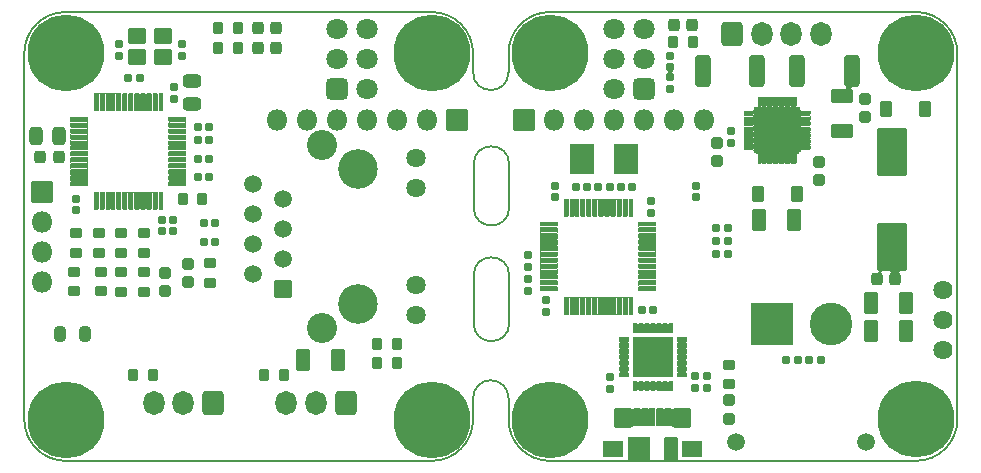
<source format=gbr>
%TF.GenerationSoftware,KiCad,Pcbnew,(7.0.0-0)*%
%TF.CreationDate,2023-05-24T17:39:11+02:00*%
%TF.ProjectId,ethersweep,65746865-7273-4776-9565-702e6b696361,2.0.1*%
%TF.SameCoordinates,Original*%
%TF.FileFunction,Soldermask,Top*%
%TF.FilePolarity,Negative*%
%FSLAX46Y46*%
G04 Gerber Fmt 4.6, Leading zero omitted, Abs format (unit mm)*
G04 Created by KiCad (PCBNEW (7.0.0-0)) date 2023-05-24 17:39:11*
%MOMM*%
%LPD*%
G01*
G04 APERTURE LIST*
G04 Aperture macros list*
%AMRoundRect*
0 Rectangle with rounded corners*
0 $1 Rounding radius*
0 $2 $3 $4 $5 $6 $7 $8 $9 X,Y pos of 4 corners*
0 Add a 4 corners polygon primitive as box body*
4,1,4,$2,$3,$4,$5,$6,$7,$8,$9,$2,$3,0*
0 Add four circle primitives for the rounded corners*
1,1,$1+$1,$2,$3*
1,1,$1+$1,$4,$5*
1,1,$1+$1,$6,$7*
1,1,$1+$1,$8,$9*
0 Add four rect primitives between the rounded corners*
20,1,$1+$1,$2,$3,$4,$5,0*
20,1,$1+$1,$4,$5,$6,$7,0*
20,1,$1+$1,$6,$7,$8,$9,0*
20,1,$1+$1,$8,$9,$2,$3,0*%
G04 Aperture macros list end*
%ADD10RoundRect,0.301000X0.475000X-0.250000X0.475000X0.250000X-0.475000X0.250000X-0.475000X-0.250000X0*%
%ADD11RoundRect,0.269750X-0.218750X-0.381250X0.218750X-0.381250X0.218750X0.381250X-0.218750X0.381250X0*%
%ADD12C,3.352000*%
%ADD13RoundRect,0.051000X-0.699000X0.699000X-0.699000X-0.699000X0.699000X-0.699000X0.699000X0.699000X0*%
%ADD14C,1.500000*%
%ADD15C,1.632000*%
%ADD16C,2.547000*%
%ADD17C,0.902000*%
%ADD18C,6.502000*%
%ADD19RoundRect,0.251000X0.200000X0.275000X-0.200000X0.275000X-0.200000X-0.275000X0.200000X-0.275000X0*%
%ADD20RoundRect,0.051000X-0.700000X-0.600000X0.700000X-0.600000X0.700000X0.600000X-0.700000X0.600000X0*%
%ADD21RoundRect,0.191000X-0.140000X-0.170000X0.140000X-0.170000X0.140000X0.170000X-0.140000X0.170000X0*%
%ADD22RoundRect,0.126000X0.075000X-0.662500X0.075000X0.662500X-0.075000X0.662500X-0.075000X-0.662500X0*%
%ADD23RoundRect,0.126000X0.662500X-0.075000X0.662500X0.075000X-0.662500X0.075000X-0.662500X-0.075000X0*%
%ADD24RoundRect,0.191000X0.170000X-0.140000X0.170000X0.140000X-0.170000X0.140000X-0.170000X-0.140000X0*%
%ADD25RoundRect,0.301000X0.250000X0.475000X-0.250000X0.475000X-0.250000X-0.475000X0.250000X-0.475000X0*%
%ADD26RoundRect,0.251000X0.275000X-0.200000X0.275000X0.200000X-0.275000X0.200000X-0.275000X-0.200000X0*%
%ADD27RoundRect,0.276000X-0.250000X0.225000X-0.250000X-0.225000X0.250000X-0.225000X0.250000X0.225000X0*%
%ADD28RoundRect,0.191000X0.140000X0.170000X-0.140000X0.170000X-0.140000X-0.170000X0.140000X-0.170000X0*%
%ADD29RoundRect,0.301000X0.325000X0.650000X-0.325000X0.650000X-0.325000X-0.650000X0.325000X-0.650000X0*%
%ADD30RoundRect,0.276000X0.250000X-0.225000X0.250000X0.225000X-0.250000X0.225000X-0.250000X-0.225000X0*%
%ADD31RoundRect,0.301000X0.600000X0.600000X-0.600000X0.600000X-0.600000X-0.600000X0.600000X-0.600000X0*%
%ADD32C,1.802000*%
%ADD33RoundRect,0.186000X0.135000X0.185000X-0.135000X0.185000X-0.135000X-0.185000X0.135000X-0.185000X0*%
%ADD34RoundRect,0.251000X-0.200000X-0.275000X0.200000X-0.275000X0.200000X0.275000X-0.200000X0.275000X0*%
%ADD35RoundRect,0.269750X0.218750X0.256250X-0.218750X0.256250X-0.218750X-0.256250X0.218750X-0.256250X0*%
%ADD36C,1.626000*%
%ADD37RoundRect,0.269750X0.256250X-0.218750X0.256250X0.218750X-0.256250X0.218750X-0.256250X-0.218750X0*%
%ADD38C,1.502000*%
%ADD39RoundRect,0.051000X1.750000X1.750000X-1.750000X1.750000X-1.750000X-1.750000X1.750000X-1.750000X0*%
%ADD40C,3.602000*%
%ADD41RoundRect,0.251000X-0.275000X0.200000X-0.275000X-0.200000X0.275000X-0.200000X0.275000X0.200000X0*%
%ADD42RoundRect,0.191000X-0.170000X0.140000X-0.170000X-0.140000X0.170000X-0.140000X0.170000X0.140000X0*%
%ADD43RoundRect,0.051000X0.381000X-0.127000X0.381000X0.127000X-0.381000X0.127000X-0.381000X-0.127000X0*%
%ADD44RoundRect,0.051000X-0.127000X-0.381000X0.127000X-0.381000X0.127000X0.381000X-0.127000X0.381000X0*%
%ADD45RoundRect,0.051000X-1.905000X-1.905000X1.905000X-1.905000X1.905000X1.905000X-1.905000X1.905000X0*%
%ADD46RoundRect,0.301000X1.000000X-1.750000X1.000000X1.750000X-1.000000X1.750000X-1.000000X-1.750000X0*%
%ADD47RoundRect,0.301000X-0.362500X-1.075000X0.362500X-1.075000X0.362500X1.075000X-0.362500X1.075000X0*%
%ADD48RoundRect,0.186000X0.185000X-0.135000X0.185000X0.135000X-0.185000X0.135000X-0.185000X-0.135000X0*%
%ADD49RoundRect,0.276000X-0.225000X-0.250000X0.225000X-0.250000X0.225000X0.250000X-0.225000X0.250000X0*%
%ADD50RoundRect,0.051000X-0.225000X-0.690000X0.225000X-0.690000X0.225000X0.690000X-0.225000X0.690000X0*%
%ADD51RoundRect,0.051000X-0.825000X-0.650000X0.825000X-0.650000X0.825000X0.650000X-0.825000X0.650000X0*%
%ADD52RoundRect,0.051000X-0.712500X-0.775000X0.712500X-0.775000X0.712500X0.775000X-0.712500X0.775000X0*%
%ADD53RoundRect,0.051000X-0.900000X-0.950000X0.900000X-0.950000X0.900000X0.950000X-0.900000X0.950000X0*%
%ADD54RoundRect,0.051000X-0.500000X-0.950000X0.500000X-0.950000X0.500000X0.950000X-0.500000X0.950000X0*%
%ADD55RoundRect,0.051000X-0.850000X0.850000X-0.850000X-0.850000X0.850000X-0.850000X0.850000X0.850000X0*%
%ADD56O,1.802000X1.802000*%
%ADD57RoundRect,0.301000X0.600000X0.725000X-0.600000X0.725000X-0.600000X-0.725000X0.600000X-0.725000X0*%
%ADD58O,1.802000X2.052000*%
%ADD59RoundRect,0.301000X-0.650000X0.325000X-0.650000X-0.325000X0.650000X-0.325000X0.650000X0.325000X0*%
%ADD60RoundRect,0.301000X-0.325000X-0.650000X0.325000X-0.650000X0.325000X0.650000X-0.325000X0.650000X0*%
%ADD61RoundRect,0.051000X0.850000X-0.850000X0.850000X0.850000X-0.850000X0.850000X-0.850000X-0.850000X0*%
%ADD62RoundRect,0.301000X-0.600000X-0.725000X0.600000X-0.725000X0.600000X0.725000X-0.600000X0.725000X0*%
%ADD63RoundRect,0.301000X0.362500X1.075000X-0.362500X1.075000X-0.362500X-1.075000X0.362500X-1.075000X0*%
%ADD64RoundRect,0.126000X-0.075000X0.662500X-0.075000X-0.662500X0.075000X-0.662500X0.075000X0.662500X0*%
%ADD65RoundRect,0.126000X-0.662500X0.075000X-0.662500X-0.075000X0.662500X-0.075000X0.662500X0.075000X0*%
%ADD66RoundRect,0.051000X-0.450000X-0.600000X0.450000X-0.600000X0.450000X0.600000X-0.450000X0.600000X0*%
%ADD67RoundRect,0.113500X0.062500X-0.337500X0.062500X0.337500X-0.062500X0.337500X-0.062500X-0.337500X0*%
%ADD68RoundRect,0.113500X0.337500X-0.062500X0.337500X0.062500X-0.337500X0.062500X-0.337500X-0.062500X0*%
%ADD69RoundRect,0.051000X1.675000X-1.675000X1.675000X1.675000X-1.675000X1.675000X-1.675000X-1.675000X0*%
%ADD70RoundRect,0.269750X-0.218750X-0.256250X0.218750X-0.256250X0.218750X0.256250X-0.218750X0.256250X0*%
%ADD71RoundRect,0.186000X-0.185000X0.135000X-0.185000X-0.135000X0.185000X-0.135000X0.185000X0.135000X0*%
%ADD72RoundRect,0.051000X1.000000X1.200000X-1.000000X1.200000X-1.000000X-1.200000X1.000000X-1.200000X0*%
%ADD73RoundRect,0.276000X0.225000X0.250000X-0.225000X0.250000X-0.225000X-0.250000X0.225000X-0.250000X0*%
%ADD74RoundRect,0.301000X-0.600000X-0.600000X0.600000X-0.600000X0.600000X0.600000X-0.600000X0.600000X0*%
%ADD75RoundRect,0.051000X0.850000X0.850000X-0.850000X0.850000X-0.850000X-0.850000X0.850000X-0.850000X0*%
%TA.AperFunction,Profile*%
%ADD76C,0.150000*%
%TD*%
G04 APERTURE END LIST*
D10*
X160300000Y-34450000D03*
X160300000Y-32550000D03*
D11*
X149137500Y-54000000D03*
X151262500Y-54000000D03*
D12*
X174350000Y-39985000D03*
X174350000Y-51415000D03*
D13*
X168000000Y-50150000D03*
D14*
X165460000Y-48880000D03*
X168000000Y-47610000D03*
X165460000Y-46340000D03*
X168000000Y-45070000D03*
X165460000Y-43800000D03*
X168000000Y-42530000D03*
X165460000Y-41260000D03*
D15*
X179250000Y-52325000D03*
X179250000Y-49785000D03*
X179250000Y-41615000D03*
X179250000Y-39075000D03*
D16*
X171300000Y-53445000D03*
X171300000Y-37955000D03*
D17*
X178200000Y-30200000D03*
X178902944Y-28502944D03*
X178902944Y-31897056D03*
X180600000Y-27800000D03*
D18*
X180600000Y-30200000D03*
D17*
X180600000Y-32600000D03*
X182297056Y-28502944D03*
X182297056Y-31897056D03*
X183000000Y-30200000D03*
X147200000Y-30200000D03*
X147902944Y-28502944D03*
X147902944Y-31897056D03*
X149600000Y-27800000D03*
D18*
X149600000Y-30200000D03*
D17*
X149600000Y-32600000D03*
X151297056Y-28502944D03*
X151297056Y-31897056D03*
X152000000Y-30200000D03*
X147200000Y-61200000D03*
X147902944Y-59502944D03*
X147902944Y-62897056D03*
X149600000Y-58800000D03*
D18*
X149600000Y-61200000D03*
D17*
X149600000Y-63600000D03*
X151297056Y-59502944D03*
X151297056Y-62897056D03*
X152000000Y-61200000D03*
X178200000Y-61200000D03*
X178902944Y-59502944D03*
X178902944Y-62897056D03*
X180600000Y-58800000D03*
D18*
X180600000Y-61200000D03*
D17*
X180600000Y-63600000D03*
X182297056Y-59502944D03*
X182297056Y-62897056D03*
X183000000Y-61200000D03*
D19*
X177625000Y-56400000D03*
X175975000Y-56400000D03*
D20*
X155685000Y-30470000D03*
X157885000Y-30470000D03*
X157885000Y-28770000D03*
X155685000Y-28770000D03*
D21*
X160770000Y-37550000D03*
X161730000Y-37550000D03*
D22*
X152150000Y-42662500D03*
X152650000Y-42662500D03*
X153150000Y-42662500D03*
X153650000Y-42662500D03*
X154150000Y-42662500D03*
X154650000Y-42662500D03*
X155150000Y-42662500D03*
X155650000Y-42662500D03*
X156150000Y-42662500D03*
X156650000Y-42662500D03*
X157150000Y-42662500D03*
X157650000Y-42662500D03*
D23*
X159062500Y-41250000D03*
X159062500Y-40750000D03*
X159062500Y-40250000D03*
X159062500Y-39750000D03*
X159062500Y-39250000D03*
X159062500Y-38750000D03*
X159062500Y-38250000D03*
X159062500Y-37750000D03*
X159062500Y-37250000D03*
X159062500Y-36750000D03*
X159062500Y-36250000D03*
X159062500Y-35750000D03*
D22*
X157650000Y-34337500D03*
X157150000Y-34337500D03*
X156650000Y-34337500D03*
X156150000Y-34337500D03*
X155650000Y-34337500D03*
X155150000Y-34337500D03*
X154650000Y-34337500D03*
X154150000Y-34337500D03*
X153650000Y-34337500D03*
X153150000Y-34337500D03*
X152650000Y-34337500D03*
X152150000Y-34337500D03*
D23*
X150737500Y-35750000D03*
X150737500Y-36250000D03*
X150737500Y-36750000D03*
X150737500Y-37250000D03*
X150737500Y-37750000D03*
X150737500Y-38250000D03*
X150737500Y-38750000D03*
X150737500Y-39250000D03*
X150737500Y-39750000D03*
X150737500Y-40250000D03*
X150737500Y-40750000D03*
X150737500Y-41250000D03*
D21*
X160770000Y-36470000D03*
X161730000Y-36470000D03*
D19*
X177625000Y-54800000D03*
X175975000Y-54800000D03*
D24*
X154085000Y-30400000D03*
X154085000Y-29440000D03*
X159485000Y-30400000D03*
X159485000Y-29440000D03*
D25*
X149000000Y-37200000D03*
X147100000Y-37200000D03*
D26*
X156200000Y-50375000D03*
X156200000Y-48725000D03*
X156200000Y-47075000D03*
X156200000Y-45425000D03*
X154300000Y-47075000D03*
X154300000Y-45425000D03*
X152400000Y-47075000D03*
X152400000Y-45425000D03*
X150500000Y-47075000D03*
X150500000Y-45425000D03*
D27*
X158000000Y-48775000D03*
X158000000Y-50325000D03*
D28*
X162280000Y-44600000D03*
X161320000Y-44600000D03*
X162280000Y-46200000D03*
X161320000Y-46200000D03*
D29*
X172675000Y-56120000D03*
X169725000Y-56120000D03*
D30*
X160000000Y-49575000D03*
X160000000Y-48025000D03*
D17*
X188200000Y-30200000D03*
X188902944Y-28502944D03*
X188902944Y-31897056D03*
X190600000Y-27800000D03*
D18*
X190600000Y-30200000D03*
D17*
X190600000Y-32600000D03*
X192297056Y-28502944D03*
X192297056Y-31897056D03*
X193000000Y-30200000D03*
X219200000Y-30200000D03*
X219902944Y-28502944D03*
X219902944Y-31897056D03*
X221600000Y-27800000D03*
D18*
X221600000Y-30200000D03*
D17*
X221600000Y-32600000D03*
X223297056Y-28502944D03*
X223297056Y-31897056D03*
X224000000Y-30200000D03*
X188200000Y-61200000D03*
X188902944Y-59502944D03*
X188902944Y-62897056D03*
X190600000Y-58800000D03*
D18*
X190600000Y-61200000D03*
D17*
X190600000Y-63600000D03*
X192297056Y-59502944D03*
X192297056Y-62897056D03*
X193000000Y-61200000D03*
D31*
X198600000Y-33200000D03*
D32*
X196060000Y-33200000D03*
X198600000Y-30660000D03*
X196060000Y-30660000D03*
X198600000Y-28120000D03*
X196060000Y-28120000D03*
D17*
X219200000Y-61175001D03*
X219902944Y-59477945D03*
X219902944Y-62872057D03*
X221600000Y-58775001D03*
D18*
X221600000Y-61175001D03*
D17*
X221600000Y-63575001D03*
X223297056Y-59477945D03*
X223297056Y-62872057D03*
X224000000Y-61175001D03*
D26*
X161800000Y-49625000D03*
X161800000Y-47975000D03*
D33*
X155895000Y-32320000D03*
X154875000Y-32320000D03*
D19*
X161175000Y-42570000D03*
X159525000Y-42570000D03*
D26*
X150276800Y-50325000D03*
X150276800Y-48675000D03*
X152600000Y-50325000D03*
X152600000Y-48675000D03*
X154300000Y-50375000D03*
X154300000Y-48725000D03*
D34*
X162525000Y-29770000D03*
X164175000Y-29770000D03*
X162525000Y-28070000D03*
X164175000Y-28070000D03*
D35*
X167437500Y-29770000D03*
X165862500Y-29770000D03*
D36*
X223850000Y-55315000D03*
X223850000Y-52775000D03*
X223850000Y-50235000D03*
D37*
X205750000Y-61157500D03*
X205750000Y-59582500D03*
D38*
X217400000Y-63100000D03*
X206400000Y-63100000D03*
D39*
X209400000Y-53100000D03*
D40*
X214400000Y-53100000D03*
D41*
X205750000Y-56545000D03*
X205750000Y-58195000D03*
D21*
X160770000Y-40670000D03*
X161730000Y-40670000D03*
D42*
X205950000Y-36790000D03*
X205950000Y-37750000D03*
D43*
X207424300Y-35220000D03*
X207424300Y-35719999D03*
X207424300Y-36220001D03*
X207424300Y-36720000D03*
X207424300Y-37219999D03*
X207424300Y-37720001D03*
X207424300Y-38220000D03*
D44*
X208350000Y-39145700D03*
X208849999Y-39145700D03*
X209350001Y-39145700D03*
X209850000Y-39145700D03*
X210349999Y-39145700D03*
X210850001Y-39145700D03*
X211350000Y-39145700D03*
D43*
X212275700Y-38220000D03*
X212275700Y-37720001D03*
X212275700Y-37219999D03*
X212275700Y-36720000D03*
X212275700Y-36220001D03*
X212275700Y-35719999D03*
X212275700Y-35220000D03*
D44*
X211350000Y-34294300D03*
X210850001Y-34294300D03*
X210349999Y-34294300D03*
X209850000Y-34294300D03*
X209350001Y-34294300D03*
X208849999Y-34294300D03*
X208350000Y-34294300D03*
D45*
X209850000Y-36720000D03*
D46*
X219550000Y-46570000D03*
X219550000Y-38570000D03*
D47*
X203537500Y-31670000D03*
X208162500Y-31670000D03*
D21*
X157772400Y-45242400D03*
X158732400Y-45242400D03*
D28*
X203880000Y-58545000D03*
X202920000Y-58545000D03*
D24*
X158800000Y-34050000D03*
X158800000Y-33090000D03*
D48*
X188775000Y-50305000D03*
X188775000Y-49285000D03*
D35*
X167437500Y-28070000D03*
X165862500Y-28070000D03*
D30*
X217300000Y-35595000D03*
X217300000Y-34045000D03*
D28*
X203880000Y-57545000D03*
X202920000Y-57545000D03*
D49*
X218275000Y-49320000D03*
X219825000Y-49320000D03*
D50*
X197987500Y-61010000D03*
X198637500Y-61010000D03*
X199287500Y-61010000D03*
X199937500Y-61010000D03*
X200587500Y-61010000D03*
D51*
X195912500Y-63670000D03*
D52*
X196800000Y-61095000D03*
D53*
X198137500Y-63670000D03*
D54*
X200837500Y-63670000D03*
D52*
X201775000Y-61095000D03*
D51*
X202662500Y-63670000D03*
D55*
X182717600Y-35819000D03*
D56*
X180177599Y-35818999D03*
X177637599Y-35818999D03*
X175097599Y-35818999D03*
X172557599Y-35818999D03*
X170017599Y-35818999D03*
X167477599Y-35818999D03*
D48*
X200810000Y-33210000D03*
X200810000Y-32190000D03*
D57*
X173300000Y-59787500D03*
D58*
X170799999Y-59787499D03*
X168299999Y-59787499D03*
D59*
X215325000Y-33845000D03*
X215325000Y-36795000D03*
D57*
X162050000Y-59787500D03*
D58*
X159549999Y-59787499D03*
X157049999Y-59787499D03*
D60*
X217825000Y-53720000D03*
X220775000Y-53720000D03*
D33*
X205660000Y-46070000D03*
X204640000Y-46070000D03*
D21*
X157770000Y-44270000D03*
X158730000Y-44270000D03*
D42*
X202950000Y-41390000D03*
X202950000Y-42350000D03*
D28*
X197560000Y-41540000D03*
X196600000Y-41540000D03*
D61*
X188453000Y-35819000D03*
D56*
X190992999Y-35818999D03*
X193532999Y-35818999D03*
X196072999Y-35818999D03*
X198612999Y-35818999D03*
X201152999Y-35818999D03*
X203692999Y-35818999D03*
D62*
X206050000Y-28602500D03*
D58*
X208549999Y-28602499D03*
X211049999Y-28602499D03*
X213549999Y-28602499D03*
D21*
X198407500Y-51920000D03*
X199367500Y-51920000D03*
D63*
X216162500Y-31670000D03*
X211537500Y-31670000D03*
D28*
X193760000Y-41540000D03*
X192800000Y-41540000D03*
D42*
X200800000Y-30386000D03*
X200800000Y-31346000D03*
D64*
X197437500Y-43257500D03*
X196937500Y-43257500D03*
X196437500Y-43257500D03*
X195937500Y-43257500D03*
X195437500Y-43257500D03*
X194937500Y-43257500D03*
X194437500Y-43257500D03*
X193937500Y-43257500D03*
X193437500Y-43257500D03*
X192937500Y-43257500D03*
X192437500Y-43257500D03*
X191937500Y-43257500D03*
D65*
X190525000Y-44670000D03*
X190525000Y-45170000D03*
X190525000Y-45670000D03*
X190525000Y-46170000D03*
X190525000Y-46670000D03*
X190525000Y-47170000D03*
X190525000Y-47670000D03*
X190525000Y-48170000D03*
X190525000Y-48670000D03*
X190525000Y-49170000D03*
X190525000Y-49670000D03*
X190525000Y-50170000D03*
D64*
X191937500Y-51582500D03*
X192437500Y-51582500D03*
X192937500Y-51582500D03*
X193437500Y-51582500D03*
X193937500Y-51582500D03*
X194437500Y-51582500D03*
X194937500Y-51582500D03*
X195437500Y-51582500D03*
X195937500Y-51582500D03*
X196437500Y-51582500D03*
X196937500Y-51582500D03*
X197437500Y-51582500D03*
D65*
X198850000Y-50170000D03*
X198850000Y-49670000D03*
X198850000Y-49170000D03*
X198850000Y-48670000D03*
X198850000Y-48170000D03*
X198850000Y-47670000D03*
X198850000Y-47170000D03*
X198850000Y-46670000D03*
X198850000Y-46170000D03*
X198850000Y-45670000D03*
X198850000Y-45170000D03*
X198850000Y-44670000D03*
D34*
X166425000Y-57470000D03*
X168075000Y-57470000D03*
D33*
X205660000Y-44970000D03*
X204640000Y-44970000D03*
D66*
X208189400Y-42128000D03*
X211489400Y-42128000D03*
D67*
X197825000Y-58370000D03*
X198325000Y-58370000D03*
X198825000Y-58370000D03*
X199325000Y-58370000D03*
X199825000Y-58370000D03*
X200325000Y-58370000D03*
X200825000Y-58370000D03*
D68*
X201775000Y-57420000D03*
X201775000Y-56920000D03*
X201775000Y-56420000D03*
X201775000Y-55920000D03*
X201775000Y-55420000D03*
X201775000Y-54920000D03*
X201775000Y-54420000D03*
D67*
X200825000Y-53470000D03*
X200325000Y-53470000D03*
X199825000Y-53470000D03*
X199325000Y-53470000D03*
X198825000Y-53470000D03*
X198325000Y-53470000D03*
X197825000Y-53470000D03*
D68*
X196875000Y-54420000D03*
X196875000Y-54920000D03*
X196875000Y-55420000D03*
X196875000Y-55920000D03*
X196875000Y-56420000D03*
X196875000Y-56920000D03*
X196875000Y-57420000D03*
D69*
X199325000Y-55920000D03*
D33*
X213570000Y-56170000D03*
X212550000Y-56170000D03*
D24*
X199187500Y-43690000D03*
X199187500Y-42730000D03*
D33*
X195690000Y-41540000D03*
X194670000Y-41540000D03*
D27*
X204750000Y-37795000D03*
X204750000Y-39345000D03*
D66*
X219075000Y-34920000D03*
X222375000Y-34920000D03*
D42*
X150450000Y-42490000D03*
X150450000Y-43450000D03*
D34*
X155325000Y-57470000D03*
X156975000Y-57470000D03*
D27*
X213370400Y-39395000D03*
X213370400Y-40945000D03*
D42*
X190287500Y-51120000D03*
X190287500Y-52080000D03*
D70*
X201082500Y-27770000D03*
X202657500Y-27770000D03*
D60*
X217825000Y-51320000D03*
X220775000Y-51320000D03*
D19*
X202714600Y-29240400D03*
X201064600Y-29240400D03*
D71*
X188775000Y-47310000D03*
X188775000Y-48330000D03*
D72*
X197050000Y-39140000D03*
X193350000Y-39140000D03*
D73*
X149019800Y-38943200D03*
X147469800Y-38943200D03*
D60*
X208339400Y-44328000D03*
X211289400Y-44328000D03*
D24*
X191025000Y-42350000D03*
X191025000Y-41390000D03*
D33*
X211610000Y-56170000D03*
X210590000Y-56170000D03*
D21*
X160770000Y-39149096D03*
X161730000Y-39149096D03*
D42*
X195675000Y-57640000D03*
X195675000Y-58600000D03*
D33*
X205660000Y-47170000D03*
X204640000Y-47170000D03*
D74*
X172600000Y-33200000D03*
D32*
X175140000Y-33200000D03*
X172600000Y-30660000D03*
X175140000Y-30660000D03*
X172600000Y-28120000D03*
X175140000Y-28120000D03*
D75*
X147600000Y-41900000D03*
D56*
X147599999Y-44439999D03*
X147599999Y-46979999D03*
X147599999Y-49519999D03*
G36*
X197724845Y-60288512D02*
G01*
X197724614Y-60290266D01*
X197717266Y-60301262D01*
X197713500Y-60320199D01*
X197713500Y-61699801D01*
X197717266Y-61718737D01*
X197727879Y-61734620D01*
X197738875Y-61741967D01*
X197739760Y-61743499D01*
X197739083Y-61745134D01*
X197737374Y-61745592D01*
X197720867Y-61742309D01*
X197720253Y-61743170D01*
X197718620Y-61743341D01*
X197694522Y-61735382D01*
X197630545Y-61749752D01*
X197583058Y-61794970D01*
X197568844Y-61846348D01*
X197567966Y-61847517D01*
X197567547Y-61847592D01*
X197565462Y-61858076D01*
X197564265Y-61859534D01*
X197562389Y-61859349D01*
X197561500Y-61857686D01*
X197561500Y-60320199D01*
X197557733Y-60301262D01*
X197550386Y-60290267D01*
X197550155Y-60288513D01*
X197551406Y-60287262D01*
X197553160Y-60287493D01*
X197566952Y-60296708D01*
X197567050Y-60296562D01*
X197568468Y-60295687D01*
X197570056Y-60296190D01*
X197579551Y-60304795D01*
X197637500Y-60319310D01*
X197695448Y-60304795D01*
X197704943Y-60296190D01*
X197706531Y-60295687D01*
X197707949Y-60296561D01*
X197708047Y-60296708D01*
X197721840Y-60287492D01*
X197723594Y-60287261D01*
X197724845Y-60288512D01*
G37*
G36*
X201024845Y-60288512D02*
G01*
X201024614Y-60290266D01*
X201017266Y-60301262D01*
X201013500Y-60320199D01*
X201013500Y-61857682D01*
X201012611Y-61859345D01*
X201010735Y-61859530D01*
X201009538Y-61858072D01*
X201007453Y-61847593D01*
X201007036Y-61847518D01*
X201006158Y-61846350D01*
X200991929Y-61794951D01*
X200944433Y-61749741D01*
X200880455Y-61735382D01*
X200856381Y-61743338D01*
X200854746Y-61743167D01*
X200854133Y-61742308D01*
X200837626Y-61745592D01*
X200835917Y-61745134D01*
X200835240Y-61743499D01*
X200836125Y-61741967D01*
X200847120Y-61734620D01*
X200857733Y-61718737D01*
X200861500Y-61699801D01*
X200861500Y-60320199D01*
X200857733Y-60301262D01*
X200850386Y-60290267D01*
X200850155Y-60288513D01*
X200851406Y-60287262D01*
X200853160Y-60287493D01*
X200866952Y-60296708D01*
X200867050Y-60296562D01*
X200868468Y-60295687D01*
X200870056Y-60296190D01*
X200879551Y-60304795D01*
X200937500Y-60319310D01*
X200995448Y-60304795D01*
X201004943Y-60296190D01*
X201006531Y-60295687D01*
X201007949Y-60296561D01*
X201008047Y-60296708D01*
X201021840Y-60287492D01*
X201023594Y-60287261D01*
X201024845Y-60288512D01*
G37*
G36*
X200325947Y-60284202D02*
G01*
X200326994Y-60285478D01*
X200326725Y-60287107D01*
X200317266Y-60301262D01*
X200313500Y-60320199D01*
X200313500Y-61699801D01*
X200317266Y-61718737D01*
X200326725Y-61732892D01*
X200326994Y-61734521D01*
X200325947Y-61735797D01*
X200324297Y-61735851D01*
X200286488Y-61720190D01*
X200238512Y-61720190D01*
X200200702Y-61735851D01*
X200199052Y-61735797D01*
X200198005Y-61734521D01*
X200198274Y-61732892D01*
X200207733Y-61718737D01*
X200211500Y-61699801D01*
X200211500Y-60320199D01*
X200207733Y-60301262D01*
X200198274Y-60287107D01*
X200198005Y-60285478D01*
X200199052Y-60284202D01*
X200200702Y-60284148D01*
X200238513Y-60299809D01*
X200286487Y-60299809D01*
X200324297Y-60284148D01*
X200325947Y-60284202D01*
G37*
G36*
X199675947Y-60284202D02*
G01*
X199676994Y-60285478D01*
X199676725Y-60287107D01*
X199667266Y-60301262D01*
X199663500Y-60320199D01*
X199663500Y-61699801D01*
X199667266Y-61718737D01*
X199676725Y-61732892D01*
X199676994Y-61734521D01*
X199675947Y-61735797D01*
X199674297Y-61735851D01*
X199636488Y-61720190D01*
X199588512Y-61720190D01*
X199550702Y-61735851D01*
X199549052Y-61735797D01*
X199548005Y-61734521D01*
X199548274Y-61732892D01*
X199557733Y-61718737D01*
X199561500Y-61699801D01*
X199561500Y-60320199D01*
X199557733Y-60301262D01*
X199548274Y-60287107D01*
X199548005Y-60285478D01*
X199549052Y-60284202D01*
X199550702Y-60284148D01*
X199588513Y-60299809D01*
X199636487Y-60299809D01*
X199674297Y-60284148D01*
X199675947Y-60284202D01*
G37*
G36*
X199025947Y-60284202D02*
G01*
X199026994Y-60285478D01*
X199026725Y-60287107D01*
X199017266Y-60301262D01*
X199013500Y-60320199D01*
X199013500Y-61699801D01*
X199017266Y-61718737D01*
X199026725Y-61732892D01*
X199026994Y-61734521D01*
X199025947Y-61735797D01*
X199024297Y-61735851D01*
X198986488Y-61720190D01*
X198938512Y-61720190D01*
X198900702Y-61735851D01*
X198899052Y-61735797D01*
X198898005Y-61734521D01*
X198898274Y-61732892D01*
X198907733Y-61718737D01*
X198911500Y-61699801D01*
X198911500Y-60320199D01*
X198907733Y-60301262D01*
X198898274Y-60287107D01*
X198898005Y-60285478D01*
X198899052Y-60284202D01*
X198900702Y-60284148D01*
X198938513Y-60299809D01*
X198986487Y-60299809D01*
X199024297Y-60284148D01*
X199025947Y-60284202D01*
G37*
G36*
X198375947Y-60284202D02*
G01*
X198376994Y-60285478D01*
X198376725Y-60287107D01*
X198367266Y-60301262D01*
X198363500Y-60320199D01*
X198363500Y-61699801D01*
X198367266Y-61718737D01*
X198376725Y-61732892D01*
X198376994Y-61734521D01*
X198375947Y-61735797D01*
X198374297Y-61735851D01*
X198336488Y-61720190D01*
X198288512Y-61720190D01*
X198250702Y-61735851D01*
X198249052Y-61735797D01*
X198248005Y-61734521D01*
X198248274Y-61732892D01*
X198257733Y-61718737D01*
X198261500Y-61699801D01*
X198261500Y-60320199D01*
X198257733Y-60301262D01*
X198248274Y-60287107D01*
X198248005Y-60285478D01*
X198249052Y-60284202D01*
X198250702Y-60284148D01*
X198288513Y-60299809D01*
X198336487Y-60299809D01*
X198374297Y-60284148D01*
X198375947Y-60284202D01*
G37*
G36*
X200673467Y-57967425D02*
G01*
X200673270Y-57969271D01*
X200659524Y-57989844D01*
X200651000Y-58032699D01*
X200651000Y-58707301D01*
X200659524Y-58750155D01*
X200673269Y-58770726D01*
X200673466Y-58772572D01*
X200672060Y-58773785D01*
X200670263Y-58773319D01*
X200632952Y-58739503D01*
X200575000Y-58724986D01*
X200517047Y-58739503D01*
X200479736Y-58773319D01*
X200477939Y-58773785D01*
X200476533Y-58772572D01*
X200476730Y-58770726D01*
X200490475Y-58750155D01*
X200499000Y-58707301D01*
X200499000Y-58032699D01*
X200490475Y-57989844D01*
X200476729Y-57969271D01*
X200476532Y-57967425D01*
X200477938Y-57966212D01*
X200479735Y-57966678D01*
X200517048Y-58000496D01*
X200575000Y-58015012D01*
X200632951Y-58000496D01*
X200670264Y-57966678D01*
X200672061Y-57966212D01*
X200673467Y-57967425D01*
G37*
G36*
X200173467Y-57967425D02*
G01*
X200173270Y-57969271D01*
X200159524Y-57989844D01*
X200151000Y-58032699D01*
X200151000Y-58707301D01*
X200159524Y-58750155D01*
X200173269Y-58770726D01*
X200173466Y-58772572D01*
X200172060Y-58773785D01*
X200170263Y-58773319D01*
X200132952Y-58739503D01*
X200075000Y-58724986D01*
X200017047Y-58739503D01*
X199979736Y-58773319D01*
X199977939Y-58773785D01*
X199976533Y-58772572D01*
X199976730Y-58770726D01*
X199990475Y-58750155D01*
X199999000Y-58707301D01*
X199999000Y-58032699D01*
X199990475Y-57989844D01*
X199976729Y-57969271D01*
X199976532Y-57967425D01*
X199977938Y-57966212D01*
X199979735Y-57966678D01*
X200017048Y-58000496D01*
X200075000Y-58015012D01*
X200132951Y-58000496D01*
X200170264Y-57966678D01*
X200172061Y-57966212D01*
X200173467Y-57967425D01*
G37*
G36*
X199673467Y-57967425D02*
G01*
X199673270Y-57969271D01*
X199659524Y-57989844D01*
X199651000Y-58032699D01*
X199651000Y-58707301D01*
X199659524Y-58750155D01*
X199673269Y-58770726D01*
X199673466Y-58772572D01*
X199672060Y-58773785D01*
X199670263Y-58773319D01*
X199632952Y-58739503D01*
X199575000Y-58724986D01*
X199517047Y-58739503D01*
X199479736Y-58773319D01*
X199477939Y-58773785D01*
X199476533Y-58772572D01*
X199476730Y-58770726D01*
X199490475Y-58750155D01*
X199499000Y-58707301D01*
X199499000Y-58032699D01*
X199490475Y-57989844D01*
X199476729Y-57969271D01*
X199476532Y-57967425D01*
X199477938Y-57966212D01*
X199479735Y-57966678D01*
X199517048Y-58000496D01*
X199575000Y-58015012D01*
X199632951Y-58000496D01*
X199670264Y-57966678D01*
X199672061Y-57966212D01*
X199673467Y-57967425D01*
G37*
G36*
X199173467Y-57967425D02*
G01*
X199173270Y-57969271D01*
X199159524Y-57989844D01*
X199151000Y-58032699D01*
X199151000Y-58707301D01*
X199159524Y-58750155D01*
X199173269Y-58770726D01*
X199173466Y-58772572D01*
X199172060Y-58773785D01*
X199170263Y-58773319D01*
X199132952Y-58739503D01*
X199075000Y-58724986D01*
X199017047Y-58739503D01*
X198979736Y-58773319D01*
X198977939Y-58773785D01*
X198976533Y-58772572D01*
X198976730Y-58770726D01*
X198990475Y-58750155D01*
X198999000Y-58707301D01*
X198999000Y-58032699D01*
X198990475Y-57989844D01*
X198976729Y-57969271D01*
X198976532Y-57967425D01*
X198977938Y-57966212D01*
X198979735Y-57966678D01*
X199017048Y-58000496D01*
X199075000Y-58015012D01*
X199132951Y-58000496D01*
X199170264Y-57966678D01*
X199172061Y-57966212D01*
X199173467Y-57967425D01*
G37*
G36*
X198673467Y-57967425D02*
G01*
X198673270Y-57969271D01*
X198659524Y-57989844D01*
X198651000Y-58032699D01*
X198651000Y-58707301D01*
X198659524Y-58750155D01*
X198673269Y-58770726D01*
X198673466Y-58772572D01*
X198672060Y-58773785D01*
X198670263Y-58773319D01*
X198632952Y-58739503D01*
X198575000Y-58724986D01*
X198517047Y-58739503D01*
X198479736Y-58773319D01*
X198477939Y-58773785D01*
X198476533Y-58772572D01*
X198476730Y-58770726D01*
X198490475Y-58750155D01*
X198499000Y-58707301D01*
X198499000Y-58032699D01*
X198490475Y-57989844D01*
X198476729Y-57969271D01*
X198476532Y-57967425D01*
X198477938Y-57966212D01*
X198479735Y-57966678D01*
X198517048Y-58000496D01*
X198575000Y-58015012D01*
X198632951Y-58000496D01*
X198670264Y-57966678D01*
X198672061Y-57966212D01*
X198673467Y-57967425D01*
G37*
G36*
X198173467Y-57967425D02*
G01*
X198173270Y-57969271D01*
X198159524Y-57989844D01*
X198151000Y-58032699D01*
X198151000Y-58707301D01*
X198159524Y-58750155D01*
X198173269Y-58770726D01*
X198173466Y-58772572D01*
X198172060Y-58773785D01*
X198170263Y-58773319D01*
X198132952Y-58739503D01*
X198075000Y-58724986D01*
X198017047Y-58739503D01*
X197979736Y-58773319D01*
X197977939Y-58773785D01*
X197976533Y-58772572D01*
X197976730Y-58770726D01*
X197990475Y-58750155D01*
X197999000Y-58707301D01*
X197999000Y-58032699D01*
X197990475Y-57989844D01*
X197976729Y-57969271D01*
X197976532Y-57967425D01*
X197977938Y-57966212D01*
X197979735Y-57966678D01*
X198017048Y-58000496D01*
X198075000Y-58015012D01*
X198132951Y-58000496D01*
X198170264Y-57966678D01*
X198172061Y-57966212D01*
X198173467Y-57967425D01*
G37*
G36*
X201374271Y-57071729D02*
G01*
X201394844Y-57085475D01*
X201437699Y-57094000D01*
X202112301Y-57094000D01*
X202155155Y-57085475D01*
X202175726Y-57071730D01*
X202177572Y-57071533D01*
X202178785Y-57072939D01*
X202178319Y-57074736D01*
X202144503Y-57112047D01*
X202129986Y-57169999D01*
X202144503Y-57227952D01*
X202178319Y-57265263D01*
X202178785Y-57267060D01*
X202177572Y-57268466D01*
X202175726Y-57268269D01*
X202155155Y-57254524D01*
X202112301Y-57246000D01*
X201437699Y-57246000D01*
X201394844Y-57254524D01*
X201374271Y-57268270D01*
X201372425Y-57268467D01*
X201371212Y-57267061D01*
X201371678Y-57265264D01*
X201405496Y-57227951D01*
X201420012Y-57169999D01*
X201405496Y-57112048D01*
X201371678Y-57074735D01*
X201371212Y-57072938D01*
X201372425Y-57071532D01*
X201374271Y-57071729D01*
G37*
G36*
X196474271Y-57071729D02*
G01*
X196494844Y-57085475D01*
X196537699Y-57094000D01*
X197212301Y-57094000D01*
X197255155Y-57085475D01*
X197275726Y-57071730D01*
X197277572Y-57071533D01*
X197278785Y-57072939D01*
X197278319Y-57074736D01*
X197244503Y-57112047D01*
X197229986Y-57169999D01*
X197244503Y-57227952D01*
X197278319Y-57265263D01*
X197278785Y-57267060D01*
X197277572Y-57268466D01*
X197275726Y-57268269D01*
X197255155Y-57254524D01*
X197212301Y-57246000D01*
X196537699Y-57246000D01*
X196494844Y-57254524D01*
X196474271Y-57268270D01*
X196472425Y-57268467D01*
X196471212Y-57267061D01*
X196471678Y-57265264D01*
X196505496Y-57227951D01*
X196520012Y-57169999D01*
X196505496Y-57112048D01*
X196471678Y-57074735D01*
X196471212Y-57072938D01*
X196472425Y-57071532D01*
X196474271Y-57071729D01*
G37*
G36*
X201374271Y-56571729D02*
G01*
X201394844Y-56585475D01*
X201437699Y-56594000D01*
X202112301Y-56594000D01*
X202155155Y-56585475D01*
X202175726Y-56571730D01*
X202177572Y-56571533D01*
X202178785Y-56572939D01*
X202178319Y-56574736D01*
X202144503Y-56612047D01*
X202129986Y-56669999D01*
X202144503Y-56727952D01*
X202178319Y-56765263D01*
X202178785Y-56767060D01*
X202177572Y-56768466D01*
X202175726Y-56768269D01*
X202155155Y-56754524D01*
X202112301Y-56746000D01*
X201437699Y-56746000D01*
X201394844Y-56754524D01*
X201374271Y-56768270D01*
X201372425Y-56768467D01*
X201371212Y-56767061D01*
X201371678Y-56765264D01*
X201405496Y-56727951D01*
X201420012Y-56669999D01*
X201405496Y-56612048D01*
X201371678Y-56574735D01*
X201371212Y-56572938D01*
X201372425Y-56571532D01*
X201374271Y-56571729D01*
G37*
G36*
X196474271Y-56571729D02*
G01*
X196494844Y-56585475D01*
X196537699Y-56594000D01*
X197212301Y-56594000D01*
X197255155Y-56585475D01*
X197275726Y-56571730D01*
X197277572Y-56571533D01*
X197278785Y-56572939D01*
X197278319Y-56574736D01*
X197244503Y-56612047D01*
X197229986Y-56669999D01*
X197244503Y-56727952D01*
X197278319Y-56765263D01*
X197278785Y-56767060D01*
X197277572Y-56768466D01*
X197275726Y-56768269D01*
X197255155Y-56754524D01*
X197212301Y-56746000D01*
X196537699Y-56746000D01*
X196494844Y-56754524D01*
X196474271Y-56768270D01*
X196472425Y-56768467D01*
X196471212Y-56767061D01*
X196471678Y-56765264D01*
X196505496Y-56727951D01*
X196520012Y-56669999D01*
X196505496Y-56612048D01*
X196471678Y-56574735D01*
X196471212Y-56572938D01*
X196472425Y-56571532D01*
X196474271Y-56571729D01*
G37*
G36*
X201374271Y-56071729D02*
G01*
X201394844Y-56085475D01*
X201437699Y-56094000D01*
X202112301Y-56094000D01*
X202155155Y-56085475D01*
X202175726Y-56071730D01*
X202177572Y-56071533D01*
X202178785Y-56072939D01*
X202178319Y-56074736D01*
X202144503Y-56112047D01*
X202129986Y-56169999D01*
X202144503Y-56227952D01*
X202178319Y-56265263D01*
X202178785Y-56267060D01*
X202177572Y-56268466D01*
X202175726Y-56268269D01*
X202155155Y-56254524D01*
X202112301Y-56246000D01*
X201437699Y-56246000D01*
X201394844Y-56254524D01*
X201374271Y-56268270D01*
X201372425Y-56268467D01*
X201371212Y-56267061D01*
X201371678Y-56265264D01*
X201405496Y-56227951D01*
X201420012Y-56169999D01*
X201405496Y-56112048D01*
X201371678Y-56074735D01*
X201371212Y-56072938D01*
X201372425Y-56071532D01*
X201374271Y-56071729D01*
G37*
G36*
X196474271Y-56071729D02*
G01*
X196494844Y-56085475D01*
X196537699Y-56094000D01*
X197212301Y-56094000D01*
X197255155Y-56085475D01*
X197275726Y-56071730D01*
X197277572Y-56071533D01*
X197278785Y-56072939D01*
X197278319Y-56074736D01*
X197244503Y-56112047D01*
X197229986Y-56169999D01*
X197244503Y-56227952D01*
X197278319Y-56265263D01*
X197278785Y-56267060D01*
X197277572Y-56268466D01*
X197275726Y-56268269D01*
X197255155Y-56254524D01*
X197212301Y-56246000D01*
X196537699Y-56246000D01*
X196494844Y-56254524D01*
X196474271Y-56268270D01*
X196472425Y-56268467D01*
X196471212Y-56267061D01*
X196471678Y-56265264D01*
X196505496Y-56227951D01*
X196520012Y-56169999D01*
X196505496Y-56112048D01*
X196471678Y-56074735D01*
X196471212Y-56072938D01*
X196472425Y-56071532D01*
X196474271Y-56071729D01*
G37*
G36*
X201374271Y-55571729D02*
G01*
X201394844Y-55585475D01*
X201437699Y-55594000D01*
X202112301Y-55594000D01*
X202155155Y-55585475D01*
X202175726Y-55571731D01*
X202177572Y-55571534D01*
X202178785Y-55572940D01*
X202178319Y-55574737D01*
X202144504Y-55612044D01*
X202129986Y-55669996D01*
X202144501Y-55727948D01*
X202178321Y-55765264D01*
X202178787Y-55767061D01*
X202177574Y-55768467D01*
X202175728Y-55768270D01*
X202155155Y-55754524D01*
X202112301Y-55746000D01*
X201437699Y-55746000D01*
X201394844Y-55754524D01*
X201374271Y-55768270D01*
X201372425Y-55768467D01*
X201371212Y-55767061D01*
X201371678Y-55765264D01*
X201405497Y-55727948D01*
X201420012Y-55669996D01*
X201405494Y-55612045D01*
X201371678Y-55574735D01*
X201371212Y-55572938D01*
X201372425Y-55571532D01*
X201374271Y-55571729D01*
G37*
G36*
X196474271Y-55571729D02*
G01*
X196494844Y-55585475D01*
X196537699Y-55594000D01*
X197212301Y-55594000D01*
X197255155Y-55585475D01*
X197275726Y-55571731D01*
X197277572Y-55571534D01*
X197278785Y-55572940D01*
X197278319Y-55574737D01*
X197244504Y-55612044D01*
X197229986Y-55669996D01*
X197244501Y-55727948D01*
X197278321Y-55765264D01*
X197278787Y-55767061D01*
X197277574Y-55768467D01*
X197275728Y-55768270D01*
X197255155Y-55754524D01*
X197212301Y-55746000D01*
X196537699Y-55746000D01*
X196494844Y-55754524D01*
X196474271Y-55768270D01*
X196472425Y-55768467D01*
X196471212Y-55767061D01*
X196471678Y-55765264D01*
X196505497Y-55727948D01*
X196520012Y-55669996D01*
X196505494Y-55612045D01*
X196471678Y-55574735D01*
X196471212Y-55572938D01*
X196472425Y-55571532D01*
X196474271Y-55571729D01*
G37*
G36*
X201374271Y-55071729D02*
G01*
X201394844Y-55085475D01*
X201437699Y-55094000D01*
X202112301Y-55094000D01*
X202155155Y-55085475D01*
X202175726Y-55071731D01*
X202177572Y-55071534D01*
X202178785Y-55072940D01*
X202178319Y-55074737D01*
X202144504Y-55112044D01*
X202129986Y-55169996D01*
X202144501Y-55227948D01*
X202178321Y-55265264D01*
X202178787Y-55267061D01*
X202177574Y-55268467D01*
X202175728Y-55268270D01*
X202155155Y-55254524D01*
X202112301Y-55246000D01*
X201437699Y-55246000D01*
X201394844Y-55254524D01*
X201374271Y-55268270D01*
X201372425Y-55268467D01*
X201371212Y-55267061D01*
X201371678Y-55265264D01*
X201405497Y-55227948D01*
X201420012Y-55169996D01*
X201405494Y-55112045D01*
X201371678Y-55074735D01*
X201371212Y-55072938D01*
X201372425Y-55071532D01*
X201374271Y-55071729D01*
G37*
G36*
X196474271Y-55071729D02*
G01*
X196494844Y-55085475D01*
X196537699Y-55094000D01*
X197212301Y-55094000D01*
X197255155Y-55085475D01*
X197275726Y-55071731D01*
X197277572Y-55071534D01*
X197278785Y-55072940D01*
X197278319Y-55074737D01*
X197244504Y-55112044D01*
X197229986Y-55169996D01*
X197244501Y-55227948D01*
X197278321Y-55265264D01*
X197278787Y-55267061D01*
X197277574Y-55268467D01*
X197275728Y-55268270D01*
X197255155Y-55254524D01*
X197212301Y-55246000D01*
X196537699Y-55246000D01*
X196494844Y-55254524D01*
X196474271Y-55268270D01*
X196472425Y-55268467D01*
X196471212Y-55267061D01*
X196471678Y-55265264D01*
X196505497Y-55227948D01*
X196520012Y-55169996D01*
X196505494Y-55112045D01*
X196471678Y-55074735D01*
X196471212Y-55072938D01*
X196472425Y-55071532D01*
X196474271Y-55071729D01*
G37*
G36*
X201374271Y-54571729D02*
G01*
X201394844Y-54585475D01*
X201437699Y-54594000D01*
X202112301Y-54594000D01*
X202155155Y-54585475D01*
X202175726Y-54571730D01*
X202177572Y-54571533D01*
X202178785Y-54572939D01*
X202178319Y-54574736D01*
X202144503Y-54612047D01*
X202129986Y-54670000D01*
X202144503Y-54727952D01*
X202178319Y-54765263D01*
X202178785Y-54767060D01*
X202177572Y-54768466D01*
X202175726Y-54768269D01*
X202155155Y-54754524D01*
X202112301Y-54746000D01*
X201437699Y-54746000D01*
X201394844Y-54754524D01*
X201374271Y-54768270D01*
X201372425Y-54768467D01*
X201371212Y-54767061D01*
X201371678Y-54765264D01*
X201405496Y-54727951D01*
X201420012Y-54670000D01*
X201405496Y-54612048D01*
X201371678Y-54574735D01*
X201371212Y-54572938D01*
X201372425Y-54571532D01*
X201374271Y-54571729D01*
G37*
G36*
X196474271Y-54571729D02*
G01*
X196494844Y-54585475D01*
X196537699Y-54594000D01*
X197212301Y-54594000D01*
X197255155Y-54585475D01*
X197275726Y-54571730D01*
X197277572Y-54571533D01*
X197278785Y-54572939D01*
X197278319Y-54574736D01*
X197244503Y-54612047D01*
X197229986Y-54670000D01*
X197244503Y-54727952D01*
X197278319Y-54765263D01*
X197278785Y-54767060D01*
X197277572Y-54768466D01*
X197275726Y-54768269D01*
X197255155Y-54754524D01*
X197212301Y-54746000D01*
X196537699Y-54746000D01*
X196494844Y-54754524D01*
X196474271Y-54768270D01*
X196472425Y-54768467D01*
X196471212Y-54767061D01*
X196471678Y-54765264D01*
X196505496Y-54727951D01*
X196520012Y-54670000D01*
X196505496Y-54612048D01*
X196471678Y-54574735D01*
X196471212Y-54572938D01*
X196472425Y-54571532D01*
X196474271Y-54571729D01*
G37*
G36*
X200673467Y-53067425D02*
G01*
X200673270Y-53069271D01*
X200659524Y-53089844D01*
X200651000Y-53132699D01*
X200651000Y-53807301D01*
X200659524Y-53850155D01*
X200673269Y-53870726D01*
X200673466Y-53872572D01*
X200672060Y-53873785D01*
X200670263Y-53873319D01*
X200632952Y-53839503D01*
X200575000Y-53824986D01*
X200517047Y-53839503D01*
X200479736Y-53873319D01*
X200477939Y-53873785D01*
X200476533Y-53872572D01*
X200476730Y-53870726D01*
X200490475Y-53850155D01*
X200499000Y-53807301D01*
X200499000Y-53132699D01*
X200490475Y-53089844D01*
X200476729Y-53069271D01*
X200476532Y-53067425D01*
X200477938Y-53066212D01*
X200479735Y-53066678D01*
X200517048Y-53100496D01*
X200575000Y-53115012D01*
X200632951Y-53100496D01*
X200670264Y-53066678D01*
X200672061Y-53066212D01*
X200673467Y-53067425D01*
G37*
G36*
X200173467Y-53067425D02*
G01*
X200173270Y-53069271D01*
X200159524Y-53089844D01*
X200151000Y-53132699D01*
X200151000Y-53807301D01*
X200159524Y-53850155D01*
X200173269Y-53870726D01*
X200173466Y-53872572D01*
X200172060Y-53873785D01*
X200170263Y-53873319D01*
X200132952Y-53839503D01*
X200075000Y-53824986D01*
X200017047Y-53839503D01*
X199979736Y-53873319D01*
X199977939Y-53873785D01*
X199976533Y-53872572D01*
X199976730Y-53870726D01*
X199990475Y-53850155D01*
X199999000Y-53807301D01*
X199999000Y-53132699D01*
X199990475Y-53089844D01*
X199976729Y-53069271D01*
X199976532Y-53067425D01*
X199977938Y-53066212D01*
X199979735Y-53066678D01*
X200017048Y-53100496D01*
X200075000Y-53115012D01*
X200132951Y-53100496D01*
X200170264Y-53066678D01*
X200172061Y-53066212D01*
X200173467Y-53067425D01*
G37*
G36*
X199673467Y-53067425D02*
G01*
X199673270Y-53069271D01*
X199659524Y-53089844D01*
X199651000Y-53132699D01*
X199651000Y-53807301D01*
X199659524Y-53850155D01*
X199673269Y-53870726D01*
X199673466Y-53872572D01*
X199672060Y-53873785D01*
X199670263Y-53873319D01*
X199632952Y-53839503D01*
X199575000Y-53824986D01*
X199517047Y-53839503D01*
X199479736Y-53873319D01*
X199477939Y-53873785D01*
X199476533Y-53872572D01*
X199476730Y-53870726D01*
X199490475Y-53850155D01*
X199499000Y-53807301D01*
X199499000Y-53132699D01*
X199490475Y-53089844D01*
X199476729Y-53069271D01*
X199476532Y-53067425D01*
X199477938Y-53066212D01*
X199479735Y-53066678D01*
X199517048Y-53100496D01*
X199575000Y-53115012D01*
X199632951Y-53100496D01*
X199670264Y-53066678D01*
X199672061Y-53066212D01*
X199673467Y-53067425D01*
G37*
G36*
X199173467Y-53067425D02*
G01*
X199173270Y-53069271D01*
X199159524Y-53089844D01*
X199151000Y-53132699D01*
X199151000Y-53807301D01*
X199159524Y-53850155D01*
X199173269Y-53870726D01*
X199173466Y-53872572D01*
X199172060Y-53873785D01*
X199170263Y-53873319D01*
X199132952Y-53839503D01*
X199075000Y-53824986D01*
X199017047Y-53839503D01*
X198979736Y-53873319D01*
X198977939Y-53873785D01*
X198976533Y-53872572D01*
X198976730Y-53870726D01*
X198990475Y-53850155D01*
X198999000Y-53807301D01*
X198999000Y-53132699D01*
X198990475Y-53089844D01*
X198976729Y-53069271D01*
X198976532Y-53067425D01*
X198977938Y-53066212D01*
X198979735Y-53066678D01*
X199017048Y-53100496D01*
X199075000Y-53115012D01*
X199132951Y-53100496D01*
X199170264Y-53066678D01*
X199172061Y-53066212D01*
X199173467Y-53067425D01*
G37*
G36*
X198673467Y-53067425D02*
G01*
X198673270Y-53069271D01*
X198659524Y-53089844D01*
X198651000Y-53132699D01*
X198651000Y-53807301D01*
X198659524Y-53850155D01*
X198673269Y-53870726D01*
X198673466Y-53872572D01*
X198672060Y-53873785D01*
X198670263Y-53873319D01*
X198632952Y-53839503D01*
X198575000Y-53824986D01*
X198517047Y-53839503D01*
X198479736Y-53873319D01*
X198477939Y-53873785D01*
X198476533Y-53872572D01*
X198476730Y-53870726D01*
X198490475Y-53850155D01*
X198499000Y-53807301D01*
X198499000Y-53132699D01*
X198490475Y-53089844D01*
X198476729Y-53069271D01*
X198476532Y-53067425D01*
X198477938Y-53066212D01*
X198479735Y-53066678D01*
X198517048Y-53100496D01*
X198575000Y-53115012D01*
X198632951Y-53100496D01*
X198670264Y-53066678D01*
X198672061Y-53066212D01*
X198673467Y-53067425D01*
G37*
G36*
X198173467Y-53067425D02*
G01*
X198173270Y-53069271D01*
X198159524Y-53089844D01*
X198151000Y-53132699D01*
X198151000Y-53807301D01*
X198159524Y-53850155D01*
X198173269Y-53870726D01*
X198173466Y-53872572D01*
X198172060Y-53873785D01*
X198170263Y-53873319D01*
X198132952Y-53839503D01*
X198075000Y-53824986D01*
X198017047Y-53839503D01*
X197979736Y-53873319D01*
X197977939Y-53873785D01*
X197976533Y-53872572D01*
X197976730Y-53870726D01*
X197990475Y-53850155D01*
X197999000Y-53807301D01*
X197999000Y-53132699D01*
X197990475Y-53089844D01*
X197976729Y-53069271D01*
X197976532Y-53067425D01*
X197977938Y-53066212D01*
X197979735Y-53066678D01*
X198017048Y-53100496D01*
X198075000Y-53115012D01*
X198132951Y-53100496D01*
X198170264Y-53066678D01*
X198172061Y-53066212D01*
X198173467Y-53067425D01*
G37*
G36*
X197271814Y-50835477D02*
G01*
X197271583Y-50837231D01*
X197247975Y-50872561D01*
X197238500Y-50920199D01*
X197238500Y-52244801D01*
X197247975Y-52292438D01*
X197271581Y-52327765D01*
X197271812Y-52329519D01*
X197270561Y-52330770D01*
X197268807Y-52330539D01*
X197255999Y-52321981D01*
X197211488Y-52303545D01*
X197163512Y-52303545D01*
X197119000Y-52321981D01*
X197106193Y-52330539D01*
X197104439Y-52330770D01*
X197103188Y-52329519D01*
X197103419Y-52327765D01*
X197127024Y-52292438D01*
X197136500Y-52244801D01*
X197136500Y-50920199D01*
X197127024Y-50872561D01*
X197103416Y-50837231D01*
X197103185Y-50835477D01*
X197104436Y-50834226D01*
X197106190Y-50834457D01*
X197119001Y-50843017D01*
X197163512Y-50861454D01*
X197211488Y-50861454D01*
X197255998Y-50843017D01*
X197268809Y-50834457D01*
X197270563Y-50834226D01*
X197271814Y-50835477D01*
G37*
G36*
X196771814Y-50835477D02*
G01*
X196771583Y-50837231D01*
X196747975Y-50872561D01*
X196738500Y-50920199D01*
X196738500Y-52244801D01*
X196747975Y-52292438D01*
X196771581Y-52327765D01*
X196771812Y-52329519D01*
X196770561Y-52330770D01*
X196768807Y-52330539D01*
X196755999Y-52321981D01*
X196711488Y-52303545D01*
X196663512Y-52303545D01*
X196619000Y-52321981D01*
X196606193Y-52330539D01*
X196604439Y-52330770D01*
X196603188Y-52329519D01*
X196603419Y-52327765D01*
X196627024Y-52292438D01*
X196636500Y-52244801D01*
X196636500Y-50920199D01*
X196627024Y-50872561D01*
X196603416Y-50837231D01*
X196603185Y-50835477D01*
X196604436Y-50834226D01*
X196606190Y-50834457D01*
X196619001Y-50843017D01*
X196663512Y-50861454D01*
X196711488Y-50861454D01*
X196755998Y-50843017D01*
X196768809Y-50834457D01*
X196770563Y-50834226D01*
X196771814Y-50835477D01*
G37*
G36*
X196271814Y-50835477D02*
G01*
X196271583Y-50837231D01*
X196247975Y-50872561D01*
X196238500Y-50920199D01*
X196238500Y-52244801D01*
X196247975Y-52292438D01*
X196271581Y-52327765D01*
X196271812Y-52329519D01*
X196270561Y-52330770D01*
X196268807Y-52330539D01*
X196255999Y-52321981D01*
X196211488Y-52303545D01*
X196163512Y-52303545D01*
X196119000Y-52321981D01*
X196106193Y-52330539D01*
X196104439Y-52330770D01*
X196103188Y-52329519D01*
X196103419Y-52327765D01*
X196127024Y-52292438D01*
X196136500Y-52244801D01*
X196136500Y-50920199D01*
X196127024Y-50872561D01*
X196103416Y-50837231D01*
X196103185Y-50835477D01*
X196104436Y-50834226D01*
X196106190Y-50834457D01*
X196119001Y-50843017D01*
X196163512Y-50861454D01*
X196211488Y-50861454D01*
X196255998Y-50843017D01*
X196268809Y-50834457D01*
X196270563Y-50834226D01*
X196271814Y-50835477D01*
G37*
G36*
X195771814Y-50835477D02*
G01*
X195771583Y-50837231D01*
X195747975Y-50872561D01*
X195738500Y-50920199D01*
X195738500Y-52244801D01*
X195747975Y-52292438D01*
X195771581Y-52327765D01*
X195771812Y-52329519D01*
X195770561Y-52330770D01*
X195768807Y-52330539D01*
X195755999Y-52321981D01*
X195711488Y-52303545D01*
X195663512Y-52303545D01*
X195619000Y-52321981D01*
X195606193Y-52330539D01*
X195604439Y-52330770D01*
X195603188Y-52329519D01*
X195603419Y-52327765D01*
X195627024Y-52292438D01*
X195636500Y-52244801D01*
X195636500Y-50920199D01*
X195627024Y-50872561D01*
X195603416Y-50837231D01*
X195603185Y-50835477D01*
X195604436Y-50834226D01*
X195606190Y-50834457D01*
X195619001Y-50843017D01*
X195663512Y-50861454D01*
X195711488Y-50861454D01*
X195755998Y-50843017D01*
X195768809Y-50834457D01*
X195770563Y-50834226D01*
X195771814Y-50835477D01*
G37*
G36*
X195271814Y-50835477D02*
G01*
X195271583Y-50837231D01*
X195247975Y-50872561D01*
X195238500Y-50920199D01*
X195238500Y-52244801D01*
X195247975Y-52292438D01*
X195271581Y-52327765D01*
X195271812Y-52329519D01*
X195270561Y-52330770D01*
X195268807Y-52330539D01*
X195255999Y-52321981D01*
X195211488Y-52303545D01*
X195163512Y-52303545D01*
X195119000Y-52321981D01*
X195106193Y-52330539D01*
X195104439Y-52330770D01*
X195103188Y-52329519D01*
X195103419Y-52327765D01*
X195127024Y-52292438D01*
X195136500Y-52244801D01*
X195136500Y-50920199D01*
X195127024Y-50872561D01*
X195103416Y-50837231D01*
X195103185Y-50835477D01*
X195104436Y-50834226D01*
X195106190Y-50834457D01*
X195119001Y-50843017D01*
X195163512Y-50861454D01*
X195211488Y-50861454D01*
X195255998Y-50843017D01*
X195268809Y-50834457D01*
X195270563Y-50834226D01*
X195271814Y-50835477D01*
G37*
G36*
X194771814Y-50835477D02*
G01*
X194771583Y-50837231D01*
X194747975Y-50872561D01*
X194738500Y-50920199D01*
X194738500Y-52244801D01*
X194747975Y-52292438D01*
X194771581Y-52327765D01*
X194771812Y-52329519D01*
X194770561Y-52330770D01*
X194768807Y-52330539D01*
X194755999Y-52321981D01*
X194711488Y-52303545D01*
X194663512Y-52303545D01*
X194619000Y-52321981D01*
X194606193Y-52330539D01*
X194604439Y-52330770D01*
X194603188Y-52329519D01*
X194603419Y-52327765D01*
X194627024Y-52292438D01*
X194636500Y-52244801D01*
X194636500Y-50920199D01*
X194627024Y-50872561D01*
X194603416Y-50837231D01*
X194603185Y-50835477D01*
X194604436Y-50834226D01*
X194606190Y-50834457D01*
X194619001Y-50843017D01*
X194663512Y-50861454D01*
X194711488Y-50861454D01*
X194755998Y-50843017D01*
X194768809Y-50834457D01*
X194770563Y-50834226D01*
X194771814Y-50835477D01*
G37*
G36*
X194271814Y-50835477D02*
G01*
X194271583Y-50837231D01*
X194247975Y-50872561D01*
X194238500Y-50920199D01*
X194238500Y-52244801D01*
X194247975Y-52292438D01*
X194271581Y-52327765D01*
X194271812Y-52329519D01*
X194270561Y-52330770D01*
X194268807Y-52330539D01*
X194255999Y-52321981D01*
X194211488Y-52303545D01*
X194163512Y-52303545D01*
X194119000Y-52321981D01*
X194106193Y-52330539D01*
X194104439Y-52330770D01*
X194103188Y-52329519D01*
X194103419Y-52327765D01*
X194127024Y-52292438D01*
X194136500Y-52244801D01*
X194136500Y-50920199D01*
X194127024Y-50872561D01*
X194103416Y-50837231D01*
X194103185Y-50835477D01*
X194104436Y-50834226D01*
X194106190Y-50834457D01*
X194119001Y-50843017D01*
X194163512Y-50861454D01*
X194211488Y-50861454D01*
X194255998Y-50843017D01*
X194268809Y-50834457D01*
X194270563Y-50834226D01*
X194271814Y-50835477D01*
G37*
G36*
X193771814Y-50835477D02*
G01*
X193771583Y-50837231D01*
X193747975Y-50872561D01*
X193738500Y-50920199D01*
X193738500Y-52244801D01*
X193747975Y-52292438D01*
X193771581Y-52327765D01*
X193771812Y-52329519D01*
X193770561Y-52330770D01*
X193768807Y-52330539D01*
X193755999Y-52321981D01*
X193711488Y-52303545D01*
X193663512Y-52303545D01*
X193619000Y-52321981D01*
X193606193Y-52330539D01*
X193604439Y-52330770D01*
X193603188Y-52329519D01*
X193603419Y-52327765D01*
X193627024Y-52292438D01*
X193636500Y-52244801D01*
X193636500Y-50920199D01*
X193627024Y-50872561D01*
X193603416Y-50837231D01*
X193603185Y-50835477D01*
X193604436Y-50834226D01*
X193606190Y-50834457D01*
X193619001Y-50843017D01*
X193663512Y-50861454D01*
X193711488Y-50861454D01*
X193755998Y-50843017D01*
X193768809Y-50834457D01*
X193770563Y-50834226D01*
X193771814Y-50835477D01*
G37*
G36*
X193271814Y-50835477D02*
G01*
X193271583Y-50837231D01*
X193247975Y-50872561D01*
X193238500Y-50920199D01*
X193238500Y-52244801D01*
X193247975Y-52292438D01*
X193271581Y-52327765D01*
X193271812Y-52329519D01*
X193270561Y-52330770D01*
X193268807Y-52330539D01*
X193255999Y-52321981D01*
X193211488Y-52303545D01*
X193163512Y-52303545D01*
X193119000Y-52321981D01*
X193106193Y-52330539D01*
X193104439Y-52330770D01*
X193103188Y-52329519D01*
X193103419Y-52327765D01*
X193127024Y-52292438D01*
X193136500Y-52244801D01*
X193136500Y-50920199D01*
X193127024Y-50872561D01*
X193103416Y-50837231D01*
X193103185Y-50835477D01*
X193104436Y-50834226D01*
X193106190Y-50834457D01*
X193119001Y-50843017D01*
X193163512Y-50861454D01*
X193211488Y-50861454D01*
X193255998Y-50843017D01*
X193268809Y-50834457D01*
X193270563Y-50834226D01*
X193271814Y-50835477D01*
G37*
G36*
X192771814Y-50835477D02*
G01*
X192771583Y-50837231D01*
X192747975Y-50872561D01*
X192738500Y-50920199D01*
X192738500Y-52244801D01*
X192747975Y-52292438D01*
X192771581Y-52327765D01*
X192771812Y-52329519D01*
X192770561Y-52330770D01*
X192768807Y-52330539D01*
X192755999Y-52321981D01*
X192711488Y-52303545D01*
X192663512Y-52303545D01*
X192619000Y-52321981D01*
X192606193Y-52330539D01*
X192604439Y-52330770D01*
X192603188Y-52329519D01*
X192603419Y-52327765D01*
X192627024Y-52292438D01*
X192636500Y-52244801D01*
X192636500Y-50920199D01*
X192627024Y-50872561D01*
X192603416Y-50837231D01*
X192603185Y-50835477D01*
X192604436Y-50834226D01*
X192606190Y-50834457D01*
X192619001Y-50843017D01*
X192663512Y-50861454D01*
X192711488Y-50861454D01*
X192755998Y-50843017D01*
X192768809Y-50834457D01*
X192770563Y-50834226D01*
X192771814Y-50835477D01*
G37*
G36*
X192271814Y-50835477D02*
G01*
X192271583Y-50837231D01*
X192247975Y-50872561D01*
X192238500Y-50920199D01*
X192238500Y-52244801D01*
X192247975Y-52292438D01*
X192271581Y-52327765D01*
X192271812Y-52329519D01*
X192270561Y-52330770D01*
X192268807Y-52330539D01*
X192255999Y-52321981D01*
X192211488Y-52303545D01*
X192163512Y-52303545D01*
X192119000Y-52321981D01*
X192106193Y-52330539D01*
X192104439Y-52330770D01*
X192103188Y-52329519D01*
X192103419Y-52327765D01*
X192127024Y-52292438D01*
X192136500Y-52244801D01*
X192136500Y-50920199D01*
X192127024Y-50872561D01*
X192103416Y-50837231D01*
X192103185Y-50835477D01*
X192104436Y-50834226D01*
X192106190Y-50834457D01*
X192119001Y-50843017D01*
X192163512Y-50861454D01*
X192211488Y-50861454D01*
X192255998Y-50843017D01*
X192268809Y-50834457D01*
X192270563Y-50834226D01*
X192271814Y-50835477D01*
G37*
G36*
X198104731Y-49835916D02*
G01*
X198140061Y-49859524D01*
X198187699Y-49869000D01*
X199512301Y-49869000D01*
X199559938Y-49859524D01*
X199595265Y-49835919D01*
X199597019Y-49835688D01*
X199598270Y-49836939D01*
X199598039Y-49838693D01*
X199589481Y-49851500D01*
X199571045Y-49896012D01*
X199571045Y-49943988D01*
X199589481Y-49988499D01*
X199598039Y-50001307D01*
X199598270Y-50003061D01*
X199597019Y-50004312D01*
X199595265Y-50004081D01*
X199559938Y-49980475D01*
X199512301Y-49971000D01*
X198187699Y-49971000D01*
X198140061Y-49980475D01*
X198104731Y-50004083D01*
X198102977Y-50004314D01*
X198101726Y-50003063D01*
X198101957Y-50001309D01*
X198110517Y-49988498D01*
X198128954Y-49943988D01*
X198128954Y-49896012D01*
X198110517Y-49851501D01*
X198101957Y-49838690D01*
X198101726Y-49836936D01*
X198102977Y-49835685D01*
X198104731Y-49835916D01*
G37*
G36*
X189779731Y-49835916D02*
G01*
X189815061Y-49859524D01*
X189862699Y-49869000D01*
X191187301Y-49869000D01*
X191234938Y-49859524D01*
X191270265Y-49835919D01*
X191272019Y-49835688D01*
X191273270Y-49836939D01*
X191273039Y-49838693D01*
X191264481Y-49851500D01*
X191246045Y-49896012D01*
X191246045Y-49943988D01*
X191264481Y-49988499D01*
X191273039Y-50001307D01*
X191273270Y-50003061D01*
X191272019Y-50004312D01*
X191270265Y-50004081D01*
X191234938Y-49980475D01*
X191187301Y-49971000D01*
X189862699Y-49971000D01*
X189815061Y-49980475D01*
X189779731Y-50004083D01*
X189777977Y-50004314D01*
X189776726Y-50003063D01*
X189776957Y-50001309D01*
X189785517Y-49988498D01*
X189803954Y-49943988D01*
X189803954Y-49896012D01*
X189785517Y-49851501D01*
X189776957Y-49838690D01*
X189776726Y-49836936D01*
X189777977Y-49835685D01*
X189779731Y-49835916D01*
G37*
G36*
X198104731Y-49335916D02*
G01*
X198140061Y-49359524D01*
X198187699Y-49369000D01*
X199512301Y-49369000D01*
X199559938Y-49359524D01*
X199595265Y-49335919D01*
X199597019Y-49335688D01*
X199598270Y-49336939D01*
X199598039Y-49338693D01*
X199589481Y-49351500D01*
X199571045Y-49396012D01*
X199571045Y-49443988D01*
X199589481Y-49488499D01*
X199598039Y-49501307D01*
X199598270Y-49503061D01*
X199597019Y-49504312D01*
X199595265Y-49504081D01*
X199559938Y-49480475D01*
X199512301Y-49471000D01*
X198187699Y-49471000D01*
X198140061Y-49480475D01*
X198104731Y-49504083D01*
X198102977Y-49504314D01*
X198101726Y-49503063D01*
X198101957Y-49501309D01*
X198110517Y-49488498D01*
X198128954Y-49443988D01*
X198128954Y-49396012D01*
X198110517Y-49351501D01*
X198101957Y-49338690D01*
X198101726Y-49336936D01*
X198102977Y-49335685D01*
X198104731Y-49335916D01*
G37*
G36*
X189779731Y-49335916D02*
G01*
X189815061Y-49359524D01*
X189862699Y-49369000D01*
X191187301Y-49369000D01*
X191234938Y-49359524D01*
X191270265Y-49335919D01*
X191272019Y-49335688D01*
X191273270Y-49336939D01*
X191273039Y-49338693D01*
X191264481Y-49351500D01*
X191246045Y-49396012D01*
X191246045Y-49443988D01*
X191264481Y-49488499D01*
X191273039Y-49501307D01*
X191273270Y-49503061D01*
X191272019Y-49504312D01*
X191270265Y-49504081D01*
X191234938Y-49480475D01*
X191187301Y-49471000D01*
X189862699Y-49471000D01*
X189815061Y-49480475D01*
X189779731Y-49504083D01*
X189777977Y-49504314D01*
X189776726Y-49503063D01*
X189776957Y-49501309D01*
X189785517Y-49488498D01*
X189803954Y-49443988D01*
X189803954Y-49396012D01*
X189785517Y-49351501D01*
X189776957Y-49338690D01*
X189776726Y-49336936D01*
X189777977Y-49335685D01*
X189779731Y-49335916D01*
G37*
G36*
X198104733Y-48835918D02*
G01*
X198140061Y-48859524D01*
X198187699Y-48869000D01*
X199512301Y-48869000D01*
X199559938Y-48859524D01*
X199595264Y-48835919D01*
X199597018Y-48835688D01*
X199598269Y-48836939D01*
X199598038Y-48838693D01*
X199589482Y-48851498D01*
X199571045Y-48896010D01*
X199571045Y-48943986D01*
X199589481Y-48988497D01*
X199598042Y-49001308D01*
X199598273Y-49003062D01*
X199597022Y-49004313D01*
X199595268Y-49004082D01*
X199559938Y-48980475D01*
X199512301Y-48971000D01*
X198187699Y-48971000D01*
X198140061Y-48980475D01*
X198104730Y-49004083D01*
X198102976Y-49004314D01*
X198101725Y-49003063D01*
X198101956Y-49001309D01*
X198110518Y-48988496D01*
X198128954Y-48943986D01*
X198128954Y-48896010D01*
X198110517Y-48851499D01*
X198101959Y-48838692D01*
X198101728Y-48836938D01*
X198102979Y-48835687D01*
X198104733Y-48835918D01*
G37*
G36*
X189779733Y-48835918D02*
G01*
X189815061Y-48859524D01*
X189862699Y-48869000D01*
X191187301Y-48869000D01*
X191234938Y-48859524D01*
X191270264Y-48835919D01*
X191272018Y-48835688D01*
X191273269Y-48836939D01*
X191273038Y-48838693D01*
X191264482Y-48851498D01*
X191246045Y-48896010D01*
X191246045Y-48943986D01*
X191264481Y-48988497D01*
X191273042Y-49001308D01*
X191273273Y-49003062D01*
X191272022Y-49004313D01*
X191270268Y-49004082D01*
X191234938Y-48980475D01*
X191187301Y-48971000D01*
X189862699Y-48971000D01*
X189815061Y-48980475D01*
X189779730Y-49004083D01*
X189777976Y-49004314D01*
X189776725Y-49003063D01*
X189776956Y-49001309D01*
X189785518Y-48988496D01*
X189803954Y-48943986D01*
X189803954Y-48896010D01*
X189785517Y-48851499D01*
X189776959Y-48838692D01*
X189776728Y-48836938D01*
X189777979Y-48835687D01*
X189779733Y-48835918D01*
G37*
G36*
X220287758Y-48619867D02*
G01*
X220287977Y-48621717D01*
X220286577Y-48622945D01*
X220230299Y-48636455D01*
X220186651Y-48673734D01*
X220164685Y-48726765D01*
X220169189Y-48783990D01*
X220199307Y-48833139D01*
X220225532Y-48859364D01*
X220226080Y-48861168D01*
X220224883Y-48862626D01*
X220223007Y-48862441D01*
X220154841Y-48816893D01*
X220049801Y-48796000D01*
X219600199Y-48796000D01*
X219495158Y-48816893D01*
X219426985Y-48862446D01*
X219425109Y-48862631D01*
X219423912Y-48861173D01*
X219424460Y-48859369D01*
X219450691Y-48833138D01*
X219480809Y-48783989D01*
X219485313Y-48726764D01*
X219463347Y-48673734D01*
X219419699Y-48636455D01*
X219363422Y-48622945D01*
X219362022Y-48621717D01*
X219362241Y-48619867D01*
X219363889Y-48619000D01*
X220286110Y-48619000D01*
X220287758Y-48619867D01*
G37*
G36*
X218481617Y-48611053D02*
G01*
X218550118Y-48619000D01*
X218736110Y-48619000D01*
X218737758Y-48619867D01*
X218737977Y-48621717D01*
X218736577Y-48622945D01*
X218680299Y-48636455D01*
X218636651Y-48673734D01*
X218614685Y-48726765D01*
X218619189Y-48783990D01*
X218649307Y-48833139D01*
X218675532Y-48859364D01*
X218676080Y-48861168D01*
X218674883Y-48862626D01*
X218673007Y-48862441D01*
X218604841Y-48816893D01*
X218499801Y-48796000D01*
X218308163Y-48796000D01*
X218306527Y-48795150D01*
X218306281Y-48793323D01*
X218307635Y-48792071D01*
X218370737Y-48774808D01*
X218415883Y-48728220D01*
X218431027Y-48665139D01*
X218411951Y-48603133D01*
X218385401Y-48578975D01*
X218384748Y-48577543D01*
X218385235Y-48576323D01*
X218378784Y-48569872D01*
X218378217Y-48568182D01*
X218379225Y-48566711D01*
X218381006Y-48566628D01*
X218481617Y-48611053D01*
G37*
G36*
X198104731Y-48335916D02*
G01*
X198140061Y-48359524D01*
X198187699Y-48369000D01*
X199512301Y-48369000D01*
X199559938Y-48359524D01*
X199595265Y-48335919D01*
X199597019Y-48335688D01*
X199598270Y-48336939D01*
X199598039Y-48338693D01*
X199589481Y-48351500D01*
X199571045Y-48396012D01*
X199571045Y-48443988D01*
X199589481Y-48488499D01*
X199598039Y-48501307D01*
X199598270Y-48503061D01*
X199597019Y-48504312D01*
X199595265Y-48504081D01*
X199559938Y-48480475D01*
X199512301Y-48471000D01*
X198187699Y-48471000D01*
X198140061Y-48480475D01*
X198104731Y-48504083D01*
X198102977Y-48504314D01*
X198101726Y-48503063D01*
X198101957Y-48501309D01*
X198110517Y-48488498D01*
X198128954Y-48443988D01*
X198128954Y-48396012D01*
X198110517Y-48351501D01*
X198101957Y-48338690D01*
X198101726Y-48336936D01*
X198102977Y-48335685D01*
X198104731Y-48335916D01*
G37*
G36*
X189779731Y-48335916D02*
G01*
X189815061Y-48359524D01*
X189862699Y-48369000D01*
X191187301Y-48369000D01*
X191234938Y-48359524D01*
X191270265Y-48335919D01*
X191272019Y-48335688D01*
X191273270Y-48336939D01*
X191273039Y-48338693D01*
X191264481Y-48351500D01*
X191246045Y-48396012D01*
X191246045Y-48443988D01*
X191264481Y-48488499D01*
X191273039Y-48501307D01*
X191273270Y-48503061D01*
X191272019Y-48504312D01*
X191270265Y-48504081D01*
X191234938Y-48480475D01*
X191187301Y-48471000D01*
X189862699Y-48471000D01*
X189815061Y-48480475D01*
X189779731Y-48504083D01*
X189777977Y-48504314D01*
X189776726Y-48503063D01*
X189776957Y-48501309D01*
X189785517Y-48488498D01*
X189803954Y-48443988D01*
X189803954Y-48396012D01*
X189785517Y-48351501D01*
X189776957Y-48338690D01*
X189776726Y-48336936D01*
X189777977Y-48335685D01*
X189779731Y-48335916D01*
G37*
G36*
X198104731Y-47835916D02*
G01*
X198140061Y-47859524D01*
X198187699Y-47869000D01*
X199512301Y-47869000D01*
X199559938Y-47859524D01*
X199595265Y-47835919D01*
X199597019Y-47835688D01*
X199598270Y-47836939D01*
X199598039Y-47838693D01*
X199589481Y-47851500D01*
X199571045Y-47896012D01*
X199571045Y-47943988D01*
X199589481Y-47988499D01*
X199598039Y-48001307D01*
X199598270Y-48003061D01*
X199597019Y-48004312D01*
X199595265Y-48004081D01*
X199559938Y-47980475D01*
X199512301Y-47971000D01*
X198187699Y-47971000D01*
X198140061Y-47980475D01*
X198104731Y-48004083D01*
X198102977Y-48004314D01*
X198101726Y-48003063D01*
X198101957Y-48001309D01*
X198110517Y-47988498D01*
X198128954Y-47943988D01*
X198128954Y-47896012D01*
X198110517Y-47851501D01*
X198101957Y-47838690D01*
X198101726Y-47836936D01*
X198102977Y-47835685D01*
X198104731Y-47835916D01*
G37*
G36*
X189779731Y-47835916D02*
G01*
X189815061Y-47859524D01*
X189862699Y-47869000D01*
X191187301Y-47869000D01*
X191234938Y-47859524D01*
X191270265Y-47835919D01*
X191272019Y-47835688D01*
X191273270Y-47836939D01*
X191273039Y-47838693D01*
X191264481Y-47851500D01*
X191246045Y-47896012D01*
X191246045Y-47943988D01*
X191264481Y-47988499D01*
X191273039Y-48001307D01*
X191273270Y-48003061D01*
X191272019Y-48004312D01*
X191270265Y-48004081D01*
X191234938Y-47980475D01*
X191187301Y-47971000D01*
X189862699Y-47971000D01*
X189815061Y-47980475D01*
X189779731Y-48004083D01*
X189777977Y-48004314D01*
X189776726Y-48003063D01*
X189776957Y-48001309D01*
X189785517Y-47988498D01*
X189803954Y-47943988D01*
X189803954Y-47896012D01*
X189785517Y-47851501D01*
X189776957Y-47838690D01*
X189776726Y-47836936D01*
X189777977Y-47835685D01*
X189779731Y-47835916D01*
G37*
G36*
X198104731Y-47335916D02*
G01*
X198140061Y-47359524D01*
X198187699Y-47369000D01*
X199512301Y-47369000D01*
X199559938Y-47359524D01*
X199595265Y-47335919D01*
X199597019Y-47335688D01*
X199598270Y-47336939D01*
X199598039Y-47338693D01*
X199589481Y-47351500D01*
X199571045Y-47396012D01*
X199571045Y-47443988D01*
X199589481Y-47488499D01*
X199598039Y-47501307D01*
X199598270Y-47503061D01*
X199597019Y-47504312D01*
X199595265Y-47504081D01*
X199559938Y-47480475D01*
X199512301Y-47471000D01*
X198187699Y-47471000D01*
X198140061Y-47480475D01*
X198104731Y-47504083D01*
X198102977Y-47504314D01*
X198101726Y-47503063D01*
X198101957Y-47501309D01*
X198110517Y-47488498D01*
X198128954Y-47443988D01*
X198128954Y-47396012D01*
X198110517Y-47351501D01*
X198101957Y-47338690D01*
X198101726Y-47336936D01*
X198102977Y-47335685D01*
X198104731Y-47335916D01*
G37*
G36*
X189779731Y-47335916D02*
G01*
X189815061Y-47359524D01*
X189862699Y-47369000D01*
X191187301Y-47369000D01*
X191234938Y-47359524D01*
X191270265Y-47335919D01*
X191272019Y-47335688D01*
X191273270Y-47336939D01*
X191273039Y-47338693D01*
X191264481Y-47351500D01*
X191246045Y-47396012D01*
X191246045Y-47443988D01*
X191264481Y-47488499D01*
X191273039Y-47501307D01*
X191273270Y-47503061D01*
X191272019Y-47504312D01*
X191270265Y-47504081D01*
X191234938Y-47480475D01*
X191187301Y-47471000D01*
X189862699Y-47471000D01*
X189815061Y-47480475D01*
X189779731Y-47504083D01*
X189777977Y-47504314D01*
X189776726Y-47503063D01*
X189776957Y-47501309D01*
X189785517Y-47488498D01*
X189803954Y-47443988D01*
X189803954Y-47396012D01*
X189785517Y-47351501D01*
X189776957Y-47338690D01*
X189776726Y-47336936D01*
X189777977Y-47335685D01*
X189779731Y-47335916D01*
G37*
G36*
X198104733Y-46835918D02*
G01*
X198140061Y-46859524D01*
X198187699Y-46869000D01*
X199512301Y-46869000D01*
X199559938Y-46859524D01*
X199595264Y-46835919D01*
X199597018Y-46835688D01*
X199598269Y-46836939D01*
X199598038Y-46838693D01*
X199589482Y-46851498D01*
X199571045Y-46896010D01*
X199571045Y-46943986D01*
X199589481Y-46988497D01*
X199598042Y-47001308D01*
X199598273Y-47003062D01*
X199597022Y-47004313D01*
X199595268Y-47004082D01*
X199559938Y-46980475D01*
X199512301Y-46971000D01*
X198187699Y-46971000D01*
X198140061Y-46980475D01*
X198104730Y-47004083D01*
X198102976Y-47004314D01*
X198101725Y-47003063D01*
X198101956Y-47001309D01*
X198110518Y-46988496D01*
X198128954Y-46943986D01*
X198128954Y-46896010D01*
X198110517Y-46851499D01*
X198101959Y-46838692D01*
X198101728Y-46836938D01*
X198102979Y-46835687D01*
X198104733Y-46835918D01*
G37*
G36*
X189779733Y-46835918D02*
G01*
X189815061Y-46859524D01*
X189862699Y-46869000D01*
X191187301Y-46869000D01*
X191234938Y-46859524D01*
X191270264Y-46835919D01*
X191272018Y-46835688D01*
X191273269Y-46836939D01*
X191273038Y-46838693D01*
X191264482Y-46851498D01*
X191246045Y-46896010D01*
X191246045Y-46943986D01*
X191264481Y-46988497D01*
X191273042Y-47001308D01*
X191273273Y-47003062D01*
X191272022Y-47004313D01*
X191270268Y-47004082D01*
X191234938Y-46980475D01*
X191187301Y-46971000D01*
X189862699Y-46971000D01*
X189815061Y-46980475D01*
X189779730Y-47004083D01*
X189777976Y-47004314D01*
X189776725Y-47003063D01*
X189776956Y-47001309D01*
X189785518Y-46988496D01*
X189803954Y-46943986D01*
X189803954Y-46896010D01*
X189785517Y-46851499D01*
X189776959Y-46838692D01*
X189776728Y-46836938D01*
X189777979Y-46835687D01*
X189779733Y-46835918D01*
G37*
G36*
X198104731Y-46335916D02*
G01*
X198140061Y-46359524D01*
X198187699Y-46369000D01*
X199512301Y-46369000D01*
X199559938Y-46359524D01*
X199595265Y-46335919D01*
X199597019Y-46335688D01*
X199598270Y-46336939D01*
X199598039Y-46338693D01*
X199589481Y-46351500D01*
X199571045Y-46396012D01*
X199571045Y-46443988D01*
X199589481Y-46488499D01*
X199598039Y-46501307D01*
X199598270Y-46503061D01*
X199597019Y-46504312D01*
X199595265Y-46504081D01*
X199559938Y-46480475D01*
X199512301Y-46471000D01*
X198187699Y-46471000D01*
X198140061Y-46480475D01*
X198104731Y-46504083D01*
X198102977Y-46504314D01*
X198101726Y-46503063D01*
X198101957Y-46501309D01*
X198110517Y-46488498D01*
X198128954Y-46443988D01*
X198128954Y-46396012D01*
X198110517Y-46351501D01*
X198101957Y-46338690D01*
X198101726Y-46336936D01*
X198102977Y-46335685D01*
X198104731Y-46335916D01*
G37*
G36*
X189779731Y-46335916D02*
G01*
X189815061Y-46359524D01*
X189862699Y-46369000D01*
X191187301Y-46369000D01*
X191234938Y-46359524D01*
X191270265Y-46335919D01*
X191272019Y-46335688D01*
X191273270Y-46336939D01*
X191273039Y-46338693D01*
X191264481Y-46351500D01*
X191246045Y-46396012D01*
X191246045Y-46443988D01*
X191264481Y-46488499D01*
X191273039Y-46501307D01*
X191273270Y-46503061D01*
X191272019Y-46504312D01*
X191270265Y-46504081D01*
X191234938Y-46480475D01*
X191187301Y-46471000D01*
X189862699Y-46471000D01*
X189815061Y-46480475D01*
X189779731Y-46504083D01*
X189777977Y-46504314D01*
X189776726Y-46503063D01*
X189776957Y-46501309D01*
X189785517Y-46488498D01*
X189803954Y-46443988D01*
X189803954Y-46396012D01*
X189785517Y-46351501D01*
X189776957Y-46338690D01*
X189776726Y-46336936D01*
X189777977Y-46335685D01*
X189779731Y-46335916D01*
G37*
G36*
X198104731Y-45835916D02*
G01*
X198140061Y-45859524D01*
X198187699Y-45869000D01*
X199512301Y-45869000D01*
X199559938Y-45859524D01*
X199595265Y-45835919D01*
X199597019Y-45835688D01*
X199598270Y-45836939D01*
X199598039Y-45838693D01*
X199589481Y-45851500D01*
X199571045Y-45896012D01*
X199571045Y-45943988D01*
X199589481Y-45988499D01*
X199598039Y-46001307D01*
X199598270Y-46003061D01*
X199597019Y-46004312D01*
X199595265Y-46004081D01*
X199559938Y-45980475D01*
X199512301Y-45971000D01*
X198187699Y-45971000D01*
X198140061Y-45980475D01*
X198104731Y-46004083D01*
X198102977Y-46004314D01*
X198101726Y-46003063D01*
X198101957Y-46001309D01*
X198110517Y-45988498D01*
X198128954Y-45943988D01*
X198128954Y-45896012D01*
X198110517Y-45851501D01*
X198101957Y-45838690D01*
X198101726Y-45836936D01*
X198102977Y-45835685D01*
X198104731Y-45835916D01*
G37*
G36*
X189779731Y-45835916D02*
G01*
X189815061Y-45859524D01*
X189862699Y-45869000D01*
X191187301Y-45869000D01*
X191234938Y-45859524D01*
X191270265Y-45835919D01*
X191272019Y-45835688D01*
X191273270Y-45836939D01*
X191273039Y-45838693D01*
X191264481Y-45851500D01*
X191246045Y-45896012D01*
X191246045Y-45943988D01*
X191264481Y-45988499D01*
X191273039Y-46001307D01*
X191273270Y-46003061D01*
X191272019Y-46004312D01*
X191270265Y-46004081D01*
X191234938Y-45980475D01*
X191187301Y-45971000D01*
X189862699Y-45971000D01*
X189815061Y-45980475D01*
X189779731Y-46004083D01*
X189777977Y-46004314D01*
X189776726Y-46003063D01*
X189776957Y-46001309D01*
X189785517Y-45988498D01*
X189803954Y-45943988D01*
X189803954Y-45896012D01*
X189785517Y-45851501D01*
X189776957Y-45838690D01*
X189776726Y-45836936D01*
X189777977Y-45835685D01*
X189779731Y-45835916D01*
G37*
G36*
X198104733Y-45335918D02*
G01*
X198140061Y-45359524D01*
X198187699Y-45369000D01*
X199512301Y-45369000D01*
X199559938Y-45359524D01*
X199595264Y-45335919D01*
X199597018Y-45335688D01*
X199598269Y-45336939D01*
X199598038Y-45338693D01*
X199589482Y-45351498D01*
X199571045Y-45396010D01*
X199571045Y-45443986D01*
X199589481Y-45488497D01*
X199598042Y-45501308D01*
X199598273Y-45503062D01*
X199597022Y-45504313D01*
X199595268Y-45504082D01*
X199559938Y-45480475D01*
X199512301Y-45471000D01*
X198187699Y-45471000D01*
X198140061Y-45480475D01*
X198104730Y-45504083D01*
X198102976Y-45504314D01*
X198101725Y-45503063D01*
X198101956Y-45501309D01*
X198110518Y-45488496D01*
X198128954Y-45443986D01*
X198128954Y-45396010D01*
X198110517Y-45351499D01*
X198101959Y-45338692D01*
X198101728Y-45336938D01*
X198102979Y-45335687D01*
X198104733Y-45335918D01*
G37*
G36*
X189779733Y-45335918D02*
G01*
X189815061Y-45359524D01*
X189862699Y-45369000D01*
X191187301Y-45369000D01*
X191234938Y-45359524D01*
X191270264Y-45335919D01*
X191272018Y-45335688D01*
X191273269Y-45336939D01*
X191273038Y-45338693D01*
X191264482Y-45351498D01*
X191246045Y-45396010D01*
X191246045Y-45443986D01*
X191264481Y-45488497D01*
X191273042Y-45501308D01*
X191273273Y-45503062D01*
X191272022Y-45504313D01*
X191270268Y-45504082D01*
X191234938Y-45480475D01*
X191187301Y-45471000D01*
X189862699Y-45471000D01*
X189815061Y-45480475D01*
X189779730Y-45504083D01*
X189777976Y-45504314D01*
X189776725Y-45503063D01*
X189776956Y-45501309D01*
X189785518Y-45488496D01*
X189803954Y-45443986D01*
X189803954Y-45396010D01*
X189785517Y-45351499D01*
X189776959Y-45338692D01*
X189776728Y-45336938D01*
X189777979Y-45335687D01*
X189779733Y-45335918D01*
G37*
G36*
X198104731Y-44835916D02*
G01*
X198140061Y-44859524D01*
X198187699Y-44869000D01*
X199512301Y-44869000D01*
X199559938Y-44859524D01*
X199595265Y-44835919D01*
X199597019Y-44835688D01*
X199598270Y-44836939D01*
X199598039Y-44838693D01*
X199589481Y-44851500D01*
X199571045Y-44896012D01*
X199571045Y-44943988D01*
X199589481Y-44988499D01*
X199598039Y-45001307D01*
X199598270Y-45003061D01*
X199597019Y-45004312D01*
X199595265Y-45004081D01*
X199559938Y-44980475D01*
X199512301Y-44971000D01*
X198187699Y-44971000D01*
X198140061Y-44980475D01*
X198104731Y-45004083D01*
X198102977Y-45004314D01*
X198101726Y-45003063D01*
X198101957Y-45001309D01*
X198110517Y-44988498D01*
X198128954Y-44943988D01*
X198128954Y-44896012D01*
X198110517Y-44851501D01*
X198101957Y-44838690D01*
X198101726Y-44836936D01*
X198102977Y-44835685D01*
X198104731Y-44835916D01*
G37*
G36*
X189779731Y-44835916D02*
G01*
X189815061Y-44859524D01*
X189862699Y-44869000D01*
X191187301Y-44869000D01*
X191234938Y-44859524D01*
X191270265Y-44835919D01*
X191272019Y-44835688D01*
X191273270Y-44836939D01*
X191273039Y-44838693D01*
X191264481Y-44851500D01*
X191246045Y-44896012D01*
X191246045Y-44943988D01*
X191264481Y-44988499D01*
X191273039Y-45001307D01*
X191273270Y-45003061D01*
X191272019Y-45004312D01*
X191270265Y-45004081D01*
X191234938Y-44980475D01*
X191187301Y-44971000D01*
X189862699Y-44971000D01*
X189815061Y-44980475D01*
X189779731Y-45004083D01*
X189777977Y-45004314D01*
X189776726Y-45003063D01*
X189776957Y-45001309D01*
X189785517Y-44988498D01*
X189803954Y-44943988D01*
X189803954Y-44896012D01*
X189785517Y-44851501D01*
X189776957Y-44838690D01*
X189776726Y-44836936D01*
X189777977Y-44835685D01*
X189779731Y-44835916D01*
G37*
G36*
X197271814Y-42510477D02*
G01*
X197271583Y-42512231D01*
X197247975Y-42547561D01*
X197238500Y-42595199D01*
X197238500Y-43919801D01*
X197247975Y-43967438D01*
X197271581Y-44002765D01*
X197271812Y-44004519D01*
X197270561Y-44005770D01*
X197268807Y-44005539D01*
X197255999Y-43996981D01*
X197211488Y-43978545D01*
X197163512Y-43978545D01*
X197119000Y-43996981D01*
X197106193Y-44005539D01*
X197104439Y-44005770D01*
X197103188Y-44004519D01*
X197103419Y-44002765D01*
X197127024Y-43967438D01*
X197136500Y-43919801D01*
X197136500Y-42595199D01*
X197127024Y-42547561D01*
X197103416Y-42512231D01*
X197103185Y-42510477D01*
X197104436Y-42509226D01*
X197106190Y-42509457D01*
X197119001Y-42518017D01*
X197163512Y-42536454D01*
X197211488Y-42536454D01*
X197255998Y-42518017D01*
X197268809Y-42509457D01*
X197270563Y-42509226D01*
X197271814Y-42510477D01*
G37*
G36*
X196771814Y-42510477D02*
G01*
X196771583Y-42512231D01*
X196747975Y-42547561D01*
X196738500Y-42595199D01*
X196738500Y-43919801D01*
X196747975Y-43967438D01*
X196771581Y-44002765D01*
X196771812Y-44004519D01*
X196770561Y-44005770D01*
X196768807Y-44005539D01*
X196755999Y-43996981D01*
X196711488Y-43978545D01*
X196663512Y-43978545D01*
X196619000Y-43996981D01*
X196606193Y-44005539D01*
X196604439Y-44005770D01*
X196603188Y-44004519D01*
X196603419Y-44002765D01*
X196627024Y-43967438D01*
X196636500Y-43919801D01*
X196636500Y-42595199D01*
X196627024Y-42547561D01*
X196603416Y-42512231D01*
X196603185Y-42510477D01*
X196604436Y-42509226D01*
X196606190Y-42509457D01*
X196619001Y-42518017D01*
X196663512Y-42536454D01*
X196711488Y-42536454D01*
X196755998Y-42518017D01*
X196768809Y-42509457D01*
X196770563Y-42509226D01*
X196771814Y-42510477D01*
G37*
G36*
X196271814Y-42510477D02*
G01*
X196271583Y-42512231D01*
X196247975Y-42547561D01*
X196238500Y-42595199D01*
X196238500Y-43919801D01*
X196247975Y-43967438D01*
X196271581Y-44002765D01*
X196271812Y-44004519D01*
X196270561Y-44005770D01*
X196268807Y-44005539D01*
X196255999Y-43996981D01*
X196211488Y-43978545D01*
X196163512Y-43978545D01*
X196119000Y-43996981D01*
X196106193Y-44005539D01*
X196104439Y-44005770D01*
X196103188Y-44004519D01*
X196103419Y-44002765D01*
X196127024Y-43967438D01*
X196136500Y-43919801D01*
X196136500Y-42595199D01*
X196127024Y-42547561D01*
X196103416Y-42512231D01*
X196103185Y-42510477D01*
X196104436Y-42509226D01*
X196106190Y-42509457D01*
X196119001Y-42518017D01*
X196163512Y-42536454D01*
X196211488Y-42536454D01*
X196255998Y-42518017D01*
X196268809Y-42509457D01*
X196270563Y-42509226D01*
X196271814Y-42510477D01*
G37*
G36*
X195771814Y-42510477D02*
G01*
X195771583Y-42512231D01*
X195747975Y-42547561D01*
X195738500Y-42595199D01*
X195738500Y-43919801D01*
X195747975Y-43967438D01*
X195771581Y-44002765D01*
X195771812Y-44004519D01*
X195770561Y-44005770D01*
X195768807Y-44005539D01*
X195755999Y-43996981D01*
X195711488Y-43978545D01*
X195663512Y-43978545D01*
X195619000Y-43996981D01*
X195606193Y-44005539D01*
X195604439Y-44005770D01*
X195603188Y-44004519D01*
X195603419Y-44002765D01*
X195627024Y-43967438D01*
X195636500Y-43919801D01*
X195636500Y-42595199D01*
X195627024Y-42547561D01*
X195603416Y-42512231D01*
X195603185Y-42510477D01*
X195604436Y-42509226D01*
X195606190Y-42509457D01*
X195619001Y-42518017D01*
X195663512Y-42536454D01*
X195711488Y-42536454D01*
X195755998Y-42518017D01*
X195768809Y-42509457D01*
X195770563Y-42509226D01*
X195771814Y-42510477D01*
G37*
G36*
X195271814Y-42510477D02*
G01*
X195271583Y-42512231D01*
X195247975Y-42547561D01*
X195238500Y-42595199D01*
X195238500Y-43919801D01*
X195247975Y-43967438D01*
X195271581Y-44002765D01*
X195271812Y-44004519D01*
X195270561Y-44005770D01*
X195268807Y-44005539D01*
X195255999Y-43996981D01*
X195211488Y-43978545D01*
X195163512Y-43978545D01*
X195119000Y-43996981D01*
X195106193Y-44005539D01*
X195104439Y-44005770D01*
X195103188Y-44004519D01*
X195103419Y-44002765D01*
X195127024Y-43967438D01*
X195136500Y-43919801D01*
X195136500Y-42595199D01*
X195127024Y-42547561D01*
X195103416Y-42512231D01*
X195103185Y-42510477D01*
X195104436Y-42509226D01*
X195106190Y-42509457D01*
X195119001Y-42518017D01*
X195163512Y-42536454D01*
X195211488Y-42536454D01*
X195255998Y-42518017D01*
X195268809Y-42509457D01*
X195270563Y-42509226D01*
X195271814Y-42510477D01*
G37*
G36*
X194771814Y-42510477D02*
G01*
X194771583Y-42512231D01*
X194747975Y-42547561D01*
X194738500Y-42595199D01*
X194738500Y-43919801D01*
X194747975Y-43967438D01*
X194771581Y-44002765D01*
X194771812Y-44004519D01*
X194770561Y-44005770D01*
X194768807Y-44005539D01*
X194755999Y-43996981D01*
X194711488Y-43978545D01*
X194663512Y-43978545D01*
X194619000Y-43996981D01*
X194606193Y-44005539D01*
X194604439Y-44005770D01*
X194603188Y-44004519D01*
X194603419Y-44002765D01*
X194627024Y-43967438D01*
X194636500Y-43919801D01*
X194636500Y-42595199D01*
X194627024Y-42547561D01*
X194603416Y-42512231D01*
X194603185Y-42510477D01*
X194604436Y-42509226D01*
X194606190Y-42509457D01*
X194619001Y-42518017D01*
X194663512Y-42536454D01*
X194711488Y-42536454D01*
X194755998Y-42518017D01*
X194768809Y-42509457D01*
X194770563Y-42509226D01*
X194771814Y-42510477D01*
G37*
G36*
X194271814Y-42510477D02*
G01*
X194271583Y-42512231D01*
X194247975Y-42547561D01*
X194238500Y-42595199D01*
X194238500Y-43919801D01*
X194247975Y-43967438D01*
X194271581Y-44002765D01*
X194271812Y-44004519D01*
X194270561Y-44005770D01*
X194268807Y-44005539D01*
X194255999Y-43996981D01*
X194211488Y-43978545D01*
X194163512Y-43978545D01*
X194119000Y-43996981D01*
X194106193Y-44005539D01*
X194104439Y-44005770D01*
X194103188Y-44004519D01*
X194103419Y-44002765D01*
X194127024Y-43967438D01*
X194136500Y-43919801D01*
X194136500Y-42595199D01*
X194127024Y-42547561D01*
X194103416Y-42512231D01*
X194103185Y-42510477D01*
X194104436Y-42509226D01*
X194106190Y-42509457D01*
X194119001Y-42518017D01*
X194163512Y-42536454D01*
X194211488Y-42536454D01*
X194255998Y-42518017D01*
X194268809Y-42509457D01*
X194270563Y-42509226D01*
X194271814Y-42510477D01*
G37*
G36*
X193771814Y-42510477D02*
G01*
X193771583Y-42512231D01*
X193747975Y-42547561D01*
X193738500Y-42595199D01*
X193738500Y-43919801D01*
X193747975Y-43967438D01*
X193771581Y-44002765D01*
X193771812Y-44004519D01*
X193770561Y-44005770D01*
X193768807Y-44005539D01*
X193755999Y-43996981D01*
X193711488Y-43978545D01*
X193663512Y-43978545D01*
X193619000Y-43996981D01*
X193606193Y-44005539D01*
X193604439Y-44005770D01*
X193603188Y-44004519D01*
X193603419Y-44002765D01*
X193627024Y-43967438D01*
X193636500Y-43919801D01*
X193636500Y-42595199D01*
X193627024Y-42547561D01*
X193603416Y-42512231D01*
X193603185Y-42510477D01*
X193604436Y-42509226D01*
X193606190Y-42509457D01*
X193619001Y-42518017D01*
X193663512Y-42536454D01*
X193711488Y-42536454D01*
X193755998Y-42518017D01*
X193768809Y-42509457D01*
X193770563Y-42509226D01*
X193771814Y-42510477D01*
G37*
G36*
X193271814Y-42510477D02*
G01*
X193271583Y-42512231D01*
X193247975Y-42547561D01*
X193238500Y-42595199D01*
X193238500Y-43919801D01*
X193247975Y-43967438D01*
X193271581Y-44002765D01*
X193271812Y-44004519D01*
X193270561Y-44005770D01*
X193268807Y-44005539D01*
X193255999Y-43996981D01*
X193211488Y-43978545D01*
X193163512Y-43978545D01*
X193119000Y-43996981D01*
X193106193Y-44005539D01*
X193104439Y-44005770D01*
X193103188Y-44004519D01*
X193103419Y-44002765D01*
X193127024Y-43967438D01*
X193136500Y-43919801D01*
X193136500Y-42595199D01*
X193127024Y-42547561D01*
X193103416Y-42512231D01*
X193103185Y-42510477D01*
X193104436Y-42509226D01*
X193106190Y-42509457D01*
X193119001Y-42518017D01*
X193163512Y-42536454D01*
X193211488Y-42536454D01*
X193255998Y-42518017D01*
X193268809Y-42509457D01*
X193270563Y-42509226D01*
X193271814Y-42510477D01*
G37*
G36*
X192771814Y-42510477D02*
G01*
X192771583Y-42512231D01*
X192747975Y-42547561D01*
X192738500Y-42595199D01*
X192738500Y-43919801D01*
X192747975Y-43967438D01*
X192771581Y-44002765D01*
X192771812Y-44004519D01*
X192770561Y-44005770D01*
X192768807Y-44005539D01*
X192755999Y-43996981D01*
X192711488Y-43978545D01*
X192663512Y-43978545D01*
X192619000Y-43996981D01*
X192606193Y-44005539D01*
X192604439Y-44005770D01*
X192603188Y-44004519D01*
X192603419Y-44002765D01*
X192627024Y-43967438D01*
X192636500Y-43919801D01*
X192636500Y-42595199D01*
X192627024Y-42547561D01*
X192603416Y-42512231D01*
X192603185Y-42510477D01*
X192604436Y-42509226D01*
X192606190Y-42509457D01*
X192619001Y-42518017D01*
X192663512Y-42536454D01*
X192711488Y-42536454D01*
X192755998Y-42518017D01*
X192768809Y-42509457D01*
X192770563Y-42509226D01*
X192771814Y-42510477D01*
G37*
G36*
X192271814Y-42510477D02*
G01*
X192271583Y-42512231D01*
X192247975Y-42547561D01*
X192238500Y-42595199D01*
X192238500Y-43919801D01*
X192247975Y-43967438D01*
X192271581Y-44002765D01*
X192271812Y-44004519D01*
X192270561Y-44005770D01*
X192268807Y-44005539D01*
X192255999Y-43996981D01*
X192211488Y-43978545D01*
X192163512Y-43978545D01*
X192119000Y-43996981D01*
X192106193Y-44005539D01*
X192104439Y-44005770D01*
X192103188Y-44004519D01*
X192103419Y-44002765D01*
X192127024Y-43967438D01*
X192136500Y-43919801D01*
X192136500Y-42595199D01*
X192127024Y-42547561D01*
X192103416Y-42512231D01*
X192103185Y-42510477D01*
X192104436Y-42509226D01*
X192106190Y-42509457D01*
X192119001Y-42518017D01*
X192163512Y-42536454D01*
X192211488Y-42536454D01*
X192255998Y-42518017D01*
X192268809Y-42509457D01*
X192270563Y-42509226D01*
X192271814Y-42510477D01*
G37*
G36*
X157484314Y-41915477D02*
G01*
X157484083Y-41917231D01*
X157460475Y-41952561D01*
X157451000Y-42000199D01*
X157451000Y-43324801D01*
X157460475Y-43372438D01*
X157484081Y-43407765D01*
X157484312Y-43409519D01*
X157483061Y-43410770D01*
X157481307Y-43410539D01*
X157468499Y-43401981D01*
X157423988Y-43383545D01*
X157376012Y-43383545D01*
X157331500Y-43401981D01*
X157318693Y-43410539D01*
X157316939Y-43410770D01*
X157315688Y-43409519D01*
X157315919Y-43407765D01*
X157339524Y-43372438D01*
X157349000Y-43324801D01*
X157349000Y-42000199D01*
X157339524Y-41952561D01*
X157315916Y-41917231D01*
X157315685Y-41915477D01*
X157316936Y-41914226D01*
X157318690Y-41914457D01*
X157331501Y-41923017D01*
X157376012Y-41941454D01*
X157423988Y-41941454D01*
X157468498Y-41923017D01*
X157481309Y-41914457D01*
X157483063Y-41914226D01*
X157484314Y-41915477D01*
G37*
G36*
X156984314Y-41915477D02*
G01*
X156984083Y-41917231D01*
X156960475Y-41952561D01*
X156951000Y-42000199D01*
X156951000Y-43324801D01*
X156960475Y-43372438D01*
X156984081Y-43407765D01*
X156984312Y-43409519D01*
X156983061Y-43410770D01*
X156981307Y-43410539D01*
X156968499Y-43401981D01*
X156923988Y-43383545D01*
X156876012Y-43383545D01*
X156831500Y-43401981D01*
X156818693Y-43410539D01*
X156816939Y-43410770D01*
X156815688Y-43409519D01*
X156815919Y-43407765D01*
X156839524Y-43372438D01*
X156849000Y-43324801D01*
X156849000Y-42000199D01*
X156839524Y-41952561D01*
X156815916Y-41917231D01*
X156815685Y-41915477D01*
X156816936Y-41914226D01*
X156818690Y-41914457D01*
X156831501Y-41923017D01*
X156876012Y-41941454D01*
X156923988Y-41941454D01*
X156968498Y-41923017D01*
X156981309Y-41914457D01*
X156983063Y-41914226D01*
X156984314Y-41915477D01*
G37*
G36*
X156484314Y-41915477D02*
G01*
X156484083Y-41917231D01*
X156460475Y-41952561D01*
X156451000Y-42000199D01*
X156451000Y-43324801D01*
X156460475Y-43372438D01*
X156484081Y-43407765D01*
X156484312Y-43409519D01*
X156483061Y-43410770D01*
X156481307Y-43410539D01*
X156468499Y-43401981D01*
X156423988Y-43383545D01*
X156376012Y-43383545D01*
X156331500Y-43401981D01*
X156318693Y-43410539D01*
X156316939Y-43410770D01*
X156315688Y-43409519D01*
X156315919Y-43407765D01*
X156339524Y-43372438D01*
X156349000Y-43324801D01*
X156349000Y-42000199D01*
X156339524Y-41952561D01*
X156315916Y-41917231D01*
X156315685Y-41915477D01*
X156316936Y-41914226D01*
X156318690Y-41914457D01*
X156331501Y-41923017D01*
X156376012Y-41941454D01*
X156423988Y-41941454D01*
X156468498Y-41923017D01*
X156481309Y-41914457D01*
X156483063Y-41914226D01*
X156484314Y-41915477D01*
G37*
G36*
X155984314Y-41915477D02*
G01*
X155984083Y-41917231D01*
X155960475Y-41952561D01*
X155951000Y-42000199D01*
X155951000Y-43324801D01*
X155960475Y-43372438D01*
X155984081Y-43407765D01*
X155984312Y-43409519D01*
X155983061Y-43410770D01*
X155981307Y-43410539D01*
X155968499Y-43401981D01*
X155923988Y-43383545D01*
X155876012Y-43383545D01*
X155831500Y-43401981D01*
X155818693Y-43410539D01*
X155816939Y-43410770D01*
X155815688Y-43409519D01*
X155815919Y-43407765D01*
X155839524Y-43372438D01*
X155849000Y-43324801D01*
X155849000Y-42000199D01*
X155839524Y-41952561D01*
X155815916Y-41917231D01*
X155815685Y-41915477D01*
X155816936Y-41914226D01*
X155818690Y-41914457D01*
X155831501Y-41923017D01*
X155876012Y-41941454D01*
X155923988Y-41941454D01*
X155968498Y-41923017D01*
X155981309Y-41914457D01*
X155983063Y-41914226D01*
X155984314Y-41915477D01*
G37*
G36*
X155484314Y-41915477D02*
G01*
X155484083Y-41917231D01*
X155460475Y-41952561D01*
X155451000Y-42000199D01*
X155451000Y-43324801D01*
X155460475Y-43372438D01*
X155484081Y-43407765D01*
X155484312Y-43409519D01*
X155483061Y-43410770D01*
X155481307Y-43410539D01*
X155468499Y-43401981D01*
X155423988Y-43383545D01*
X155376012Y-43383545D01*
X155331500Y-43401981D01*
X155318693Y-43410539D01*
X155316939Y-43410770D01*
X155315688Y-43409519D01*
X155315919Y-43407765D01*
X155339524Y-43372438D01*
X155349000Y-43324801D01*
X155349000Y-42000199D01*
X155339524Y-41952561D01*
X155315916Y-41917231D01*
X155315685Y-41915477D01*
X155316936Y-41914226D01*
X155318690Y-41914457D01*
X155331501Y-41923017D01*
X155376012Y-41941454D01*
X155423988Y-41941454D01*
X155468498Y-41923017D01*
X155481309Y-41914457D01*
X155483063Y-41914226D01*
X155484314Y-41915477D01*
G37*
G36*
X154984314Y-41915477D02*
G01*
X154984083Y-41917231D01*
X154960475Y-41952561D01*
X154951000Y-42000199D01*
X154951000Y-43324801D01*
X154960475Y-43372438D01*
X154984081Y-43407765D01*
X154984312Y-43409519D01*
X154983061Y-43410770D01*
X154981307Y-43410539D01*
X154968499Y-43401981D01*
X154923988Y-43383545D01*
X154876012Y-43383545D01*
X154831500Y-43401981D01*
X154818693Y-43410539D01*
X154816939Y-43410770D01*
X154815688Y-43409519D01*
X154815919Y-43407765D01*
X154839524Y-43372438D01*
X154849000Y-43324801D01*
X154849000Y-42000199D01*
X154839524Y-41952561D01*
X154815916Y-41917231D01*
X154815685Y-41915477D01*
X154816936Y-41914226D01*
X154818690Y-41914457D01*
X154831501Y-41923017D01*
X154876012Y-41941454D01*
X154923988Y-41941454D01*
X154968498Y-41923017D01*
X154981309Y-41914457D01*
X154983063Y-41914226D01*
X154984314Y-41915477D01*
G37*
G36*
X154484314Y-41915477D02*
G01*
X154484083Y-41917231D01*
X154460475Y-41952561D01*
X154451000Y-42000199D01*
X154451000Y-43324801D01*
X154460475Y-43372438D01*
X154484081Y-43407765D01*
X154484312Y-43409519D01*
X154483061Y-43410770D01*
X154481307Y-43410539D01*
X154468499Y-43401981D01*
X154423988Y-43383545D01*
X154376012Y-43383545D01*
X154331500Y-43401981D01*
X154318693Y-43410539D01*
X154316939Y-43410770D01*
X154315688Y-43409519D01*
X154315919Y-43407765D01*
X154339524Y-43372438D01*
X154349000Y-43324801D01*
X154349000Y-42000199D01*
X154339524Y-41952561D01*
X154315916Y-41917231D01*
X154315685Y-41915477D01*
X154316936Y-41914226D01*
X154318690Y-41914457D01*
X154331501Y-41923017D01*
X154376012Y-41941454D01*
X154423988Y-41941454D01*
X154468498Y-41923017D01*
X154481309Y-41914457D01*
X154483063Y-41914226D01*
X154484314Y-41915477D01*
G37*
G36*
X153984314Y-41915477D02*
G01*
X153984083Y-41917231D01*
X153960475Y-41952561D01*
X153951000Y-42000199D01*
X153951000Y-43324801D01*
X153960475Y-43372438D01*
X153984081Y-43407765D01*
X153984312Y-43409519D01*
X153983061Y-43410770D01*
X153981307Y-43410539D01*
X153968499Y-43401981D01*
X153923988Y-43383545D01*
X153876012Y-43383545D01*
X153831500Y-43401981D01*
X153818693Y-43410539D01*
X153816939Y-43410770D01*
X153815688Y-43409519D01*
X153815919Y-43407765D01*
X153839524Y-43372438D01*
X153849000Y-43324801D01*
X153849000Y-42000199D01*
X153839524Y-41952561D01*
X153815916Y-41917231D01*
X153815685Y-41915477D01*
X153816936Y-41914226D01*
X153818690Y-41914457D01*
X153831501Y-41923017D01*
X153876012Y-41941454D01*
X153923988Y-41941454D01*
X153968498Y-41923017D01*
X153981309Y-41914457D01*
X153983063Y-41914226D01*
X153984314Y-41915477D01*
G37*
G36*
X153484314Y-41915477D02*
G01*
X153484083Y-41917231D01*
X153460475Y-41952561D01*
X153451000Y-42000199D01*
X153451000Y-43324801D01*
X153460475Y-43372438D01*
X153484081Y-43407765D01*
X153484312Y-43409519D01*
X153483061Y-43410770D01*
X153481307Y-43410539D01*
X153468499Y-43401981D01*
X153423988Y-43383545D01*
X153376012Y-43383545D01*
X153331500Y-43401981D01*
X153318693Y-43410539D01*
X153316939Y-43410770D01*
X153315688Y-43409519D01*
X153315919Y-43407765D01*
X153339524Y-43372438D01*
X153349000Y-43324801D01*
X153349000Y-42000199D01*
X153339524Y-41952561D01*
X153315916Y-41917231D01*
X153315685Y-41915477D01*
X153316936Y-41914226D01*
X153318690Y-41914457D01*
X153331501Y-41923017D01*
X153376012Y-41941454D01*
X153423988Y-41941454D01*
X153468498Y-41923017D01*
X153481309Y-41914457D01*
X153483063Y-41914226D01*
X153484314Y-41915477D01*
G37*
G36*
X152984314Y-41915477D02*
G01*
X152984083Y-41917231D01*
X152960475Y-41952561D01*
X152951000Y-42000199D01*
X152951000Y-43324801D01*
X152960475Y-43372438D01*
X152984081Y-43407765D01*
X152984312Y-43409519D01*
X152983061Y-43410770D01*
X152981307Y-43410539D01*
X152968499Y-43401981D01*
X152923988Y-43383545D01*
X152876012Y-43383545D01*
X152831500Y-43401981D01*
X152818693Y-43410539D01*
X152816939Y-43410770D01*
X152815688Y-43409519D01*
X152815919Y-43407765D01*
X152839524Y-43372438D01*
X152849000Y-43324801D01*
X152849000Y-42000199D01*
X152839524Y-41952561D01*
X152815916Y-41917231D01*
X152815685Y-41915477D01*
X152816936Y-41914226D01*
X152818690Y-41914457D01*
X152831501Y-41923017D01*
X152876012Y-41941454D01*
X152923988Y-41941454D01*
X152968498Y-41923017D01*
X152981309Y-41914457D01*
X152983063Y-41914226D01*
X152984314Y-41915477D01*
G37*
G36*
X152484314Y-41915477D02*
G01*
X152484083Y-41917231D01*
X152460475Y-41952561D01*
X152451000Y-42000199D01*
X152451000Y-43324801D01*
X152460475Y-43372438D01*
X152484081Y-43407765D01*
X152484312Y-43409519D01*
X152483061Y-43410770D01*
X152481307Y-43410539D01*
X152468499Y-43401981D01*
X152423988Y-43383545D01*
X152376012Y-43383545D01*
X152331500Y-43401981D01*
X152318693Y-43410539D01*
X152316939Y-43410770D01*
X152315688Y-43409519D01*
X152315919Y-43407765D01*
X152339524Y-43372438D01*
X152349000Y-43324801D01*
X152349000Y-42000199D01*
X152339524Y-41952561D01*
X152315916Y-41917231D01*
X152315685Y-41915477D01*
X152316936Y-41914226D01*
X152318690Y-41914457D01*
X152331501Y-41923017D01*
X152376012Y-41941454D01*
X152423988Y-41941454D01*
X152468498Y-41923017D01*
X152481309Y-41914457D01*
X152483063Y-41914226D01*
X152484314Y-41915477D01*
G37*
G36*
X158317231Y-40915916D02*
G01*
X158352561Y-40939524D01*
X158400199Y-40949000D01*
X159724801Y-40949000D01*
X159772438Y-40939524D01*
X159807765Y-40915919D01*
X159809519Y-40915688D01*
X159810770Y-40916939D01*
X159810539Y-40918693D01*
X159801981Y-40931500D01*
X159783545Y-40976012D01*
X159783545Y-41023988D01*
X159801981Y-41068499D01*
X159810539Y-41081307D01*
X159810770Y-41083061D01*
X159809519Y-41084312D01*
X159807765Y-41084081D01*
X159772438Y-41060475D01*
X159724801Y-41051000D01*
X158400199Y-41051000D01*
X158352561Y-41060475D01*
X158317231Y-41084083D01*
X158315477Y-41084314D01*
X158314226Y-41083063D01*
X158314457Y-41081309D01*
X158323017Y-41068498D01*
X158341454Y-41023988D01*
X158341454Y-40976012D01*
X158323017Y-40931501D01*
X158314457Y-40918690D01*
X158314226Y-40916936D01*
X158315477Y-40915685D01*
X158317231Y-40915916D01*
G37*
G36*
X149992231Y-40915916D02*
G01*
X150027561Y-40939524D01*
X150075199Y-40949000D01*
X151399801Y-40949000D01*
X151447438Y-40939524D01*
X151482765Y-40915919D01*
X151484519Y-40915688D01*
X151485770Y-40916939D01*
X151485539Y-40918693D01*
X151476981Y-40931500D01*
X151458545Y-40976012D01*
X151458545Y-41023988D01*
X151476981Y-41068499D01*
X151485539Y-41081307D01*
X151485770Y-41083061D01*
X151484519Y-41084312D01*
X151482765Y-41084081D01*
X151447438Y-41060475D01*
X151399801Y-41051000D01*
X150075199Y-41051000D01*
X150027561Y-41060475D01*
X149992231Y-41084083D01*
X149990477Y-41084314D01*
X149989226Y-41083063D01*
X149989457Y-41081309D01*
X149998017Y-41068498D01*
X150016454Y-41023988D01*
X150016454Y-40976012D01*
X149998017Y-40931501D01*
X149989457Y-40918690D01*
X149989226Y-40916936D01*
X149990477Y-40915685D01*
X149992231Y-40915916D01*
G37*
G36*
X158317231Y-40415916D02*
G01*
X158352561Y-40439524D01*
X158400199Y-40449000D01*
X159724801Y-40449000D01*
X159772438Y-40439524D01*
X159807764Y-40415919D01*
X159809518Y-40415688D01*
X159810769Y-40416939D01*
X159810538Y-40418693D01*
X159801982Y-40431498D01*
X159783545Y-40476010D01*
X159783545Y-40523986D01*
X159801981Y-40568497D01*
X159810542Y-40581308D01*
X159810773Y-40583062D01*
X159809522Y-40584313D01*
X159807768Y-40584082D01*
X159772438Y-40560475D01*
X159724801Y-40551000D01*
X158400199Y-40551000D01*
X158352561Y-40560475D01*
X158317231Y-40584083D01*
X158315477Y-40584314D01*
X158314226Y-40583063D01*
X158314457Y-40581309D01*
X158323017Y-40568498D01*
X158341454Y-40523988D01*
X158341454Y-40476012D01*
X158323017Y-40431501D01*
X158314457Y-40418690D01*
X158314226Y-40416936D01*
X158315477Y-40415685D01*
X158317231Y-40415916D01*
G37*
G36*
X149992231Y-40415916D02*
G01*
X150027561Y-40439524D01*
X150075199Y-40449000D01*
X151399801Y-40449000D01*
X151447438Y-40439524D01*
X151482764Y-40415919D01*
X151484518Y-40415688D01*
X151485769Y-40416939D01*
X151485538Y-40418693D01*
X151476982Y-40431498D01*
X151458545Y-40476010D01*
X151458545Y-40523986D01*
X151476981Y-40568497D01*
X151485542Y-40581308D01*
X151485773Y-40583062D01*
X151484522Y-40584313D01*
X151482768Y-40584082D01*
X151447438Y-40560475D01*
X151399801Y-40551000D01*
X150075199Y-40551000D01*
X150027561Y-40560475D01*
X149992231Y-40584083D01*
X149990477Y-40584314D01*
X149989226Y-40583063D01*
X149989457Y-40581309D01*
X149998017Y-40568498D01*
X150016454Y-40523988D01*
X150016454Y-40476012D01*
X149998017Y-40431501D01*
X149989457Y-40418690D01*
X149989226Y-40416936D01*
X149990477Y-40415685D01*
X149992231Y-40415916D01*
G37*
G36*
X158317233Y-39915918D02*
G01*
X158352561Y-39939524D01*
X158400199Y-39949000D01*
X159724801Y-39949000D01*
X159772438Y-39939524D01*
X159807764Y-39915919D01*
X159809518Y-39915688D01*
X159810769Y-39916939D01*
X159810538Y-39918693D01*
X159801982Y-39931498D01*
X159783545Y-39976010D01*
X159783545Y-40023986D01*
X159801981Y-40068497D01*
X159810542Y-40081308D01*
X159810773Y-40083062D01*
X159809522Y-40084313D01*
X159807768Y-40084082D01*
X159772438Y-40060475D01*
X159724801Y-40051000D01*
X158400199Y-40051000D01*
X158352561Y-40060475D01*
X158317230Y-40084083D01*
X158315476Y-40084314D01*
X158314225Y-40083063D01*
X158314456Y-40081309D01*
X158323018Y-40068496D01*
X158341454Y-40023986D01*
X158341454Y-39976010D01*
X158323017Y-39931499D01*
X158314459Y-39918692D01*
X158314228Y-39916938D01*
X158315479Y-39915687D01*
X158317233Y-39915918D01*
G37*
G36*
X149992233Y-39915918D02*
G01*
X150027561Y-39939524D01*
X150075199Y-39949000D01*
X151399801Y-39949000D01*
X151447438Y-39939524D01*
X151482764Y-39915919D01*
X151484518Y-39915688D01*
X151485769Y-39916939D01*
X151485538Y-39918693D01*
X151476982Y-39931498D01*
X151458545Y-39976010D01*
X151458545Y-40023986D01*
X151476981Y-40068497D01*
X151485542Y-40081308D01*
X151485773Y-40083062D01*
X151484522Y-40084313D01*
X151482768Y-40084082D01*
X151447438Y-40060475D01*
X151399801Y-40051000D01*
X150075199Y-40051000D01*
X150027561Y-40060475D01*
X149992230Y-40084083D01*
X149990476Y-40084314D01*
X149989225Y-40083063D01*
X149989456Y-40081309D01*
X149998018Y-40068496D01*
X150016454Y-40023986D01*
X150016454Y-39976010D01*
X149998017Y-39931499D01*
X149989459Y-39918692D01*
X149989228Y-39916938D01*
X149990479Y-39915687D01*
X149992233Y-39915918D01*
G37*
G36*
X158317231Y-39415916D02*
G01*
X158352561Y-39439524D01*
X158400199Y-39449000D01*
X159724801Y-39449000D01*
X159772438Y-39439524D01*
X159807765Y-39415919D01*
X159809519Y-39415688D01*
X159810770Y-39416939D01*
X159810539Y-39418693D01*
X159801981Y-39431500D01*
X159783545Y-39476012D01*
X159783545Y-39523988D01*
X159801981Y-39568499D01*
X159810539Y-39581307D01*
X159810770Y-39583061D01*
X159809519Y-39584312D01*
X159807765Y-39584081D01*
X159772438Y-39560475D01*
X159724801Y-39551000D01*
X158400199Y-39551000D01*
X158352561Y-39560475D01*
X158317231Y-39584083D01*
X158315477Y-39584314D01*
X158314226Y-39583063D01*
X158314457Y-39581309D01*
X158323017Y-39568498D01*
X158341454Y-39523988D01*
X158341454Y-39476012D01*
X158323017Y-39431501D01*
X158314457Y-39418690D01*
X158314226Y-39416936D01*
X158315477Y-39415685D01*
X158317231Y-39415916D01*
G37*
G36*
X149992231Y-39415916D02*
G01*
X150027561Y-39439524D01*
X150075199Y-39449000D01*
X151399801Y-39449000D01*
X151447438Y-39439524D01*
X151482765Y-39415919D01*
X151484519Y-39415688D01*
X151485770Y-39416939D01*
X151485539Y-39418693D01*
X151476981Y-39431500D01*
X151458545Y-39476012D01*
X151458545Y-39523988D01*
X151476981Y-39568499D01*
X151485539Y-39581307D01*
X151485770Y-39583061D01*
X151484519Y-39584312D01*
X151482765Y-39584081D01*
X151447438Y-39560475D01*
X151399801Y-39551000D01*
X150075199Y-39551000D01*
X150027561Y-39560475D01*
X149992231Y-39584083D01*
X149990477Y-39584314D01*
X149989226Y-39583063D01*
X149989457Y-39581309D01*
X149998017Y-39568498D01*
X150016454Y-39523988D01*
X150016454Y-39476012D01*
X149998017Y-39431501D01*
X149989457Y-39418690D01*
X149989226Y-39416936D01*
X149990477Y-39415685D01*
X149992231Y-39415916D01*
G37*
G36*
X211654632Y-38674853D02*
G01*
X211654873Y-38676684D01*
X211653512Y-38677932D01*
X211591532Y-38694539D01*
X211546539Y-38739533D01*
X211529932Y-38801512D01*
X211528684Y-38802873D01*
X211526853Y-38802632D01*
X211526000Y-38800994D01*
X211526000Y-38764899D01*
X211522233Y-38745962D01*
X211511620Y-38730079D01*
X211495737Y-38719466D01*
X211476801Y-38715700D01*
X211223199Y-38715700D01*
X211204262Y-38719466D01*
X211188379Y-38730079D01*
X211177766Y-38745962D01*
X211174000Y-38764899D01*
X211174000Y-39526501D01*
X211177766Y-39545437D01*
X211185113Y-39556432D01*
X211185344Y-39558186D01*
X211184093Y-39559437D01*
X211182339Y-39559206D01*
X211168499Y-39549958D01*
X211123988Y-39531522D01*
X211076011Y-39531522D01*
X211031499Y-39549959D01*
X211017661Y-39559206D01*
X211015907Y-39559437D01*
X211014656Y-39558186D01*
X211014887Y-39556432D01*
X211022234Y-39545437D01*
X211026001Y-39526501D01*
X211026001Y-38764899D01*
X211022234Y-38745962D01*
X211011621Y-38730079D01*
X210995738Y-38719466D01*
X210976802Y-38715700D01*
X210723200Y-38715700D01*
X210704263Y-38719466D01*
X210688380Y-38730079D01*
X210677767Y-38745962D01*
X210674001Y-38764899D01*
X210674001Y-39526501D01*
X210677767Y-39545437D01*
X210685115Y-39556434D01*
X210685346Y-39558188D01*
X210684095Y-39559439D01*
X210682341Y-39559208D01*
X210668499Y-39549958D01*
X210623988Y-39531521D01*
X210576012Y-39531521D01*
X210531500Y-39549958D01*
X210517658Y-39559207D01*
X210515904Y-39559438D01*
X210514653Y-39558187D01*
X210514884Y-39556433D01*
X210522232Y-39545437D01*
X210525999Y-39526501D01*
X210525999Y-38764899D01*
X210522232Y-38745962D01*
X210511619Y-38730079D01*
X210495736Y-38719466D01*
X210476800Y-38715700D01*
X210223198Y-38715700D01*
X210204261Y-38719466D01*
X210188378Y-38730079D01*
X210177765Y-38745962D01*
X210173999Y-38764899D01*
X210173999Y-39526501D01*
X210177765Y-39545437D01*
X210185112Y-39556432D01*
X210185343Y-39558186D01*
X210184092Y-39559437D01*
X210182338Y-39559206D01*
X210168498Y-39549958D01*
X210123987Y-39531522D01*
X210076010Y-39531522D01*
X210031498Y-39549959D01*
X210017660Y-39559206D01*
X210015906Y-39559437D01*
X210014655Y-39558186D01*
X210014886Y-39556432D01*
X210022233Y-39545437D01*
X210026000Y-39526501D01*
X210026000Y-38764899D01*
X210022233Y-38745962D01*
X210011620Y-38730079D01*
X209995737Y-38719466D01*
X209976801Y-38715700D01*
X209723199Y-38715700D01*
X209704262Y-38719466D01*
X209688379Y-38730079D01*
X209677766Y-38745962D01*
X209674000Y-38764899D01*
X209674000Y-39526501D01*
X209677766Y-39545437D01*
X209685113Y-39556432D01*
X209685344Y-39558186D01*
X209684093Y-39559437D01*
X209682339Y-39559206D01*
X209668499Y-39549958D01*
X209623988Y-39531522D01*
X209576011Y-39531522D01*
X209531499Y-39549959D01*
X209517661Y-39559206D01*
X209515907Y-39559437D01*
X209514656Y-39558186D01*
X209514887Y-39556432D01*
X209522234Y-39545437D01*
X209526001Y-39526501D01*
X209526001Y-38764899D01*
X209522234Y-38745962D01*
X209511621Y-38730079D01*
X209495738Y-38719466D01*
X209476802Y-38715700D01*
X209223200Y-38715700D01*
X209204263Y-38719466D01*
X209188380Y-38730079D01*
X209177767Y-38745962D01*
X209174001Y-38764899D01*
X209174001Y-39526501D01*
X209177767Y-39545437D01*
X209185115Y-39556434D01*
X209185346Y-39558188D01*
X209184095Y-39559439D01*
X209182341Y-39559208D01*
X209168499Y-39549958D01*
X209123988Y-39531521D01*
X209076012Y-39531521D01*
X209031500Y-39549958D01*
X209017658Y-39559207D01*
X209015904Y-39559438D01*
X209014653Y-39558187D01*
X209014884Y-39556433D01*
X209022232Y-39545437D01*
X209025999Y-39526501D01*
X209025999Y-38764899D01*
X209022232Y-38745962D01*
X209011619Y-38730079D01*
X208995736Y-38719466D01*
X208976800Y-38715700D01*
X208723198Y-38715700D01*
X208704261Y-38719466D01*
X208688378Y-38730079D01*
X208677765Y-38745962D01*
X208673999Y-38764899D01*
X208673999Y-39526501D01*
X208677765Y-39545437D01*
X208685112Y-39556432D01*
X208685343Y-39558186D01*
X208684092Y-39559437D01*
X208682338Y-39559206D01*
X208668498Y-39549958D01*
X208623987Y-39531522D01*
X208576010Y-39531522D01*
X208531498Y-39549959D01*
X208517660Y-39559206D01*
X208515906Y-39559437D01*
X208514655Y-39558186D01*
X208514886Y-39556432D01*
X208522233Y-39545437D01*
X208526000Y-39526501D01*
X208526000Y-38764899D01*
X208522233Y-38745962D01*
X208511620Y-38730079D01*
X208495737Y-38719466D01*
X208476801Y-38715700D01*
X208223199Y-38715700D01*
X208204262Y-38719466D01*
X208188379Y-38730079D01*
X208177766Y-38745962D01*
X208174000Y-38764899D01*
X208174000Y-38800998D01*
X208173147Y-38802636D01*
X208171316Y-38802877D01*
X208170068Y-38801516D01*
X208153459Y-38739532D01*
X208108465Y-38694538D01*
X208046486Y-38677932D01*
X208045125Y-38676684D01*
X208045366Y-38674853D01*
X208047004Y-38674000D01*
X211652994Y-38674000D01*
X211654632Y-38674853D01*
G37*
G36*
X158317231Y-38915916D02*
G01*
X158352561Y-38939524D01*
X158400199Y-38949000D01*
X159724801Y-38949000D01*
X159772438Y-38939524D01*
X159807765Y-38915919D01*
X159809519Y-38915688D01*
X159810770Y-38916939D01*
X159810539Y-38918693D01*
X159801981Y-38931500D01*
X159783545Y-38976012D01*
X159783545Y-39023988D01*
X159801981Y-39068499D01*
X159810539Y-39081307D01*
X159810770Y-39083061D01*
X159809519Y-39084312D01*
X159807765Y-39084081D01*
X159772438Y-39060475D01*
X159724801Y-39051000D01*
X158400199Y-39051000D01*
X158352561Y-39060475D01*
X158317231Y-39084083D01*
X158315477Y-39084314D01*
X158314226Y-39083063D01*
X158314457Y-39081309D01*
X158323017Y-39068498D01*
X158341454Y-39023988D01*
X158341454Y-38976012D01*
X158323017Y-38931501D01*
X158314457Y-38918690D01*
X158314226Y-38916936D01*
X158315477Y-38915685D01*
X158317231Y-38915916D01*
G37*
G36*
X149992231Y-38915916D02*
G01*
X150027561Y-38939524D01*
X150075199Y-38949000D01*
X151399801Y-38949000D01*
X151447438Y-38939524D01*
X151482765Y-38915919D01*
X151484519Y-38915688D01*
X151485770Y-38916939D01*
X151485539Y-38918693D01*
X151476981Y-38931500D01*
X151458545Y-38976012D01*
X151458545Y-39023988D01*
X151476981Y-39068499D01*
X151485539Y-39081307D01*
X151485770Y-39083061D01*
X151484519Y-39084312D01*
X151482765Y-39084081D01*
X151447438Y-39060475D01*
X151399801Y-39051000D01*
X150075199Y-39051000D01*
X150027561Y-39060475D01*
X149992231Y-39084083D01*
X149990477Y-39084314D01*
X149989226Y-39083063D01*
X149989457Y-39081309D01*
X149998017Y-39068498D01*
X150016454Y-39023988D01*
X150016454Y-38976012D01*
X149998017Y-38931501D01*
X149989457Y-38918690D01*
X149989226Y-38916936D01*
X149990477Y-38915685D01*
X149992231Y-38915916D01*
G37*
G36*
X158317233Y-38415918D02*
G01*
X158352561Y-38439524D01*
X158400199Y-38449000D01*
X159724801Y-38449000D01*
X159772438Y-38439524D01*
X159807764Y-38415919D01*
X159809518Y-38415688D01*
X159810769Y-38416939D01*
X159810538Y-38418693D01*
X159801982Y-38431498D01*
X159783545Y-38476010D01*
X159783545Y-38523986D01*
X159801981Y-38568497D01*
X159810542Y-38581308D01*
X159810773Y-38583062D01*
X159809522Y-38584313D01*
X159807768Y-38584082D01*
X159772438Y-38560475D01*
X159724801Y-38551000D01*
X158400199Y-38551000D01*
X158352561Y-38560475D01*
X158317230Y-38584083D01*
X158315476Y-38584314D01*
X158314225Y-38583063D01*
X158314456Y-38581309D01*
X158323018Y-38568496D01*
X158341454Y-38523986D01*
X158341454Y-38476010D01*
X158323017Y-38431499D01*
X158314459Y-38418692D01*
X158314228Y-38416938D01*
X158315479Y-38415687D01*
X158317233Y-38415918D01*
G37*
G36*
X149992233Y-38415918D02*
G01*
X150027561Y-38439524D01*
X150075199Y-38449000D01*
X151399801Y-38449000D01*
X151447438Y-38439524D01*
X151482764Y-38415919D01*
X151484518Y-38415688D01*
X151485769Y-38416939D01*
X151485538Y-38418693D01*
X151476982Y-38431498D01*
X151458545Y-38476010D01*
X151458545Y-38523986D01*
X151476981Y-38568497D01*
X151485542Y-38581308D01*
X151485773Y-38583062D01*
X151484522Y-38584313D01*
X151482768Y-38584082D01*
X151447438Y-38560475D01*
X151399801Y-38551000D01*
X150075199Y-38551000D01*
X150027561Y-38560475D01*
X149992230Y-38584083D01*
X149990476Y-38584314D01*
X149989225Y-38583063D01*
X149989456Y-38581309D01*
X149998018Y-38568496D01*
X150016454Y-38523986D01*
X150016454Y-38476010D01*
X149998017Y-38431499D01*
X149989459Y-38418692D01*
X149989228Y-38416938D01*
X149990479Y-38415687D01*
X149992233Y-38415918D01*
G37*
G36*
X207895147Y-34915363D02*
G01*
X207896000Y-34917001D01*
X207896000Y-38522997D01*
X207895147Y-38524635D01*
X207893316Y-38524876D01*
X207892068Y-38523515D01*
X207875459Y-38461532D01*
X207830465Y-38416538D01*
X207768487Y-38399932D01*
X207767126Y-38398684D01*
X207767367Y-38396853D01*
X207769005Y-38396000D01*
X207805101Y-38396000D01*
X207824037Y-38392233D01*
X207839920Y-38381620D01*
X207850533Y-38365737D01*
X207854300Y-38346801D01*
X207854300Y-38093199D01*
X207850533Y-38074262D01*
X207839920Y-38058379D01*
X207824037Y-38047766D01*
X207805101Y-38044000D01*
X207043499Y-38044000D01*
X207024562Y-38047766D01*
X207013566Y-38055114D01*
X207011812Y-38055345D01*
X207010561Y-38054094D01*
X207010792Y-38052340D01*
X207020041Y-38038498D01*
X207038477Y-37993987D01*
X207038477Y-37946012D01*
X207020040Y-37901500D01*
X207010792Y-37887660D01*
X207010561Y-37885906D01*
X207011812Y-37884655D01*
X207013566Y-37884886D01*
X207024562Y-37892234D01*
X207043499Y-37896001D01*
X207805101Y-37896001D01*
X207824037Y-37892234D01*
X207839920Y-37881621D01*
X207850533Y-37865738D01*
X207854300Y-37846802D01*
X207854300Y-37593200D01*
X207850533Y-37574263D01*
X207839920Y-37558380D01*
X207824037Y-37547767D01*
X207805101Y-37544001D01*
X207043499Y-37544001D01*
X207024562Y-37547767D01*
X207013564Y-37555116D01*
X207011810Y-37555347D01*
X207010559Y-37554096D01*
X207010790Y-37552342D01*
X207020041Y-37538498D01*
X207038478Y-37493988D01*
X207038478Y-37446012D01*
X207020041Y-37401501D01*
X207010790Y-37387657D01*
X207010559Y-37385903D01*
X207011810Y-37384652D01*
X207013564Y-37384883D01*
X207024562Y-37392232D01*
X207043499Y-37395999D01*
X207805101Y-37395999D01*
X207824037Y-37392232D01*
X207839920Y-37381619D01*
X207850533Y-37365736D01*
X207854300Y-37346800D01*
X207854300Y-37093198D01*
X207850533Y-37074261D01*
X207839920Y-37058378D01*
X207824037Y-37047765D01*
X207805101Y-37043999D01*
X207043499Y-37043999D01*
X207024562Y-37047765D01*
X207013566Y-37055113D01*
X207011812Y-37055344D01*
X207010561Y-37054093D01*
X207010792Y-37052339D01*
X207020041Y-37038497D01*
X207038477Y-36993986D01*
X207038477Y-36946011D01*
X207020040Y-36901499D01*
X207010792Y-36887659D01*
X207010561Y-36885905D01*
X207011812Y-36884654D01*
X207013566Y-36884885D01*
X207024562Y-36892233D01*
X207043499Y-36896000D01*
X207805101Y-36896000D01*
X207824037Y-36892233D01*
X207839920Y-36881620D01*
X207850533Y-36865737D01*
X207854300Y-36846801D01*
X207854300Y-36593199D01*
X207850533Y-36574262D01*
X207839920Y-36558379D01*
X207824037Y-36547766D01*
X207805101Y-36544000D01*
X207043499Y-36544000D01*
X207024562Y-36547766D01*
X207013566Y-36555114D01*
X207011812Y-36555345D01*
X207010561Y-36554094D01*
X207010792Y-36552340D01*
X207020041Y-36538498D01*
X207038477Y-36493987D01*
X207038477Y-36446012D01*
X207020040Y-36401500D01*
X207010792Y-36387660D01*
X207010561Y-36385906D01*
X207011812Y-36384655D01*
X207013566Y-36384886D01*
X207024562Y-36392234D01*
X207043499Y-36396001D01*
X207805101Y-36396001D01*
X207824037Y-36392234D01*
X207839920Y-36381621D01*
X207850533Y-36365738D01*
X207854300Y-36346802D01*
X207854300Y-36093200D01*
X207850533Y-36074263D01*
X207839920Y-36058380D01*
X207824037Y-36047767D01*
X207805101Y-36044001D01*
X207043499Y-36044001D01*
X207024562Y-36047767D01*
X207013564Y-36055116D01*
X207011810Y-36055347D01*
X207010559Y-36054096D01*
X207010790Y-36052342D01*
X207020041Y-36038498D01*
X207038478Y-35993988D01*
X207038478Y-35946012D01*
X207020041Y-35901501D01*
X207010790Y-35887657D01*
X207010559Y-35885903D01*
X207011810Y-35884652D01*
X207013564Y-35884883D01*
X207024562Y-35892232D01*
X207043499Y-35895999D01*
X207805101Y-35895999D01*
X207824037Y-35892232D01*
X207839920Y-35881619D01*
X207850533Y-35865736D01*
X207854300Y-35846800D01*
X207854300Y-35593198D01*
X207850533Y-35574261D01*
X207839920Y-35558378D01*
X207824037Y-35547765D01*
X207805101Y-35543999D01*
X207043499Y-35543999D01*
X207024562Y-35547765D01*
X207013566Y-35555113D01*
X207011812Y-35555344D01*
X207010561Y-35554093D01*
X207010792Y-35552339D01*
X207020041Y-35538497D01*
X207038477Y-35493986D01*
X207038477Y-35446011D01*
X207020040Y-35401499D01*
X207010792Y-35387659D01*
X207010561Y-35385905D01*
X207011812Y-35384654D01*
X207013566Y-35384885D01*
X207024562Y-35392233D01*
X207043499Y-35396000D01*
X207805101Y-35396000D01*
X207824037Y-35392233D01*
X207839920Y-35381620D01*
X207850533Y-35365737D01*
X207854300Y-35346801D01*
X207854300Y-35093199D01*
X207850533Y-35074262D01*
X207839920Y-35058379D01*
X207824037Y-35047766D01*
X207805101Y-35044000D01*
X207769001Y-35044000D01*
X207767363Y-35043147D01*
X207767122Y-35041316D01*
X207768483Y-35040068D01*
X207830466Y-35023459D01*
X207875459Y-34978465D01*
X207892068Y-34916483D01*
X207893316Y-34915122D01*
X207895147Y-34915363D01*
G37*
G36*
X211807932Y-34916487D02*
G01*
X211824539Y-34978466D01*
X211869533Y-35023459D01*
X211931516Y-35040068D01*
X211932877Y-35041316D01*
X211932636Y-35043147D01*
X211930998Y-35044000D01*
X211894899Y-35044000D01*
X211875962Y-35047766D01*
X211860079Y-35058379D01*
X211849466Y-35074262D01*
X211845700Y-35093199D01*
X211845700Y-35346801D01*
X211849466Y-35365737D01*
X211860079Y-35381620D01*
X211875962Y-35392233D01*
X211894899Y-35396000D01*
X212656501Y-35396000D01*
X212675437Y-35392233D01*
X212686431Y-35384886D01*
X212688185Y-35384655D01*
X212689436Y-35385906D01*
X212689205Y-35387660D01*
X212679959Y-35401498D01*
X212661522Y-35446010D01*
X212661522Y-35493987D01*
X212679958Y-35538498D01*
X212689206Y-35552338D01*
X212689437Y-35554092D01*
X212688186Y-35555343D01*
X212686432Y-35555112D01*
X212675437Y-35547765D01*
X212656501Y-35543999D01*
X211894899Y-35543999D01*
X211875962Y-35547765D01*
X211860079Y-35558378D01*
X211849466Y-35574261D01*
X211845700Y-35593198D01*
X211845700Y-35846800D01*
X211849466Y-35865736D01*
X211860079Y-35881619D01*
X211875962Y-35892232D01*
X211894899Y-35895999D01*
X212656501Y-35895999D01*
X212675437Y-35892232D01*
X212686433Y-35884884D01*
X212688187Y-35884653D01*
X212689438Y-35885904D01*
X212689207Y-35887658D01*
X212679958Y-35901500D01*
X212661521Y-35946012D01*
X212661521Y-35993988D01*
X212679958Y-36038499D01*
X212689208Y-36052342D01*
X212689439Y-36054096D01*
X212688188Y-36055347D01*
X212686434Y-36055116D01*
X212675437Y-36047767D01*
X212656501Y-36044001D01*
X211894899Y-36044001D01*
X211875962Y-36047767D01*
X211860079Y-36058380D01*
X211849466Y-36074263D01*
X211845700Y-36093200D01*
X211845700Y-36346802D01*
X211849466Y-36365738D01*
X211860079Y-36381621D01*
X211875962Y-36392234D01*
X211894899Y-36396001D01*
X212656501Y-36396001D01*
X212675437Y-36392234D01*
X212686431Y-36384887D01*
X212688185Y-36384656D01*
X212689436Y-36385907D01*
X212689205Y-36387661D01*
X212679959Y-36401499D01*
X212661522Y-36446011D01*
X212661522Y-36493988D01*
X212679958Y-36538499D01*
X212689206Y-36552339D01*
X212689437Y-36554093D01*
X212688186Y-36555344D01*
X212686432Y-36555113D01*
X212675437Y-36547766D01*
X212656501Y-36544000D01*
X211894899Y-36544000D01*
X211875962Y-36547766D01*
X211860079Y-36558379D01*
X211849466Y-36574262D01*
X211845700Y-36593199D01*
X211845700Y-36846801D01*
X211849466Y-36865737D01*
X211860079Y-36881620D01*
X211875962Y-36892233D01*
X211894899Y-36896000D01*
X212656501Y-36896000D01*
X212675437Y-36892233D01*
X212686431Y-36884886D01*
X212688185Y-36884655D01*
X212689436Y-36885906D01*
X212689205Y-36887660D01*
X212679959Y-36901498D01*
X212661522Y-36946010D01*
X212661522Y-36993987D01*
X212679958Y-37038498D01*
X212689206Y-37052338D01*
X212689437Y-37054092D01*
X212688186Y-37055343D01*
X212686432Y-37055112D01*
X212675437Y-37047765D01*
X212656501Y-37043999D01*
X211894899Y-37043999D01*
X211875962Y-37047765D01*
X211860079Y-37058378D01*
X211849466Y-37074261D01*
X211845700Y-37093198D01*
X211845700Y-37346800D01*
X211849466Y-37365736D01*
X211860079Y-37381619D01*
X211875962Y-37392232D01*
X211894899Y-37395999D01*
X212656501Y-37395999D01*
X212675437Y-37392232D01*
X212686433Y-37384884D01*
X212688187Y-37384653D01*
X212689438Y-37385904D01*
X212689207Y-37387658D01*
X212679958Y-37401500D01*
X212661521Y-37446012D01*
X212661521Y-37493988D01*
X212679958Y-37538499D01*
X212689208Y-37552342D01*
X212689439Y-37554096D01*
X212688188Y-37555347D01*
X212686434Y-37555116D01*
X212675437Y-37547767D01*
X212656501Y-37544001D01*
X211894899Y-37544001D01*
X211875962Y-37547767D01*
X211860079Y-37558380D01*
X211849466Y-37574263D01*
X211845700Y-37593200D01*
X211845700Y-37846802D01*
X211849466Y-37865738D01*
X211860079Y-37881621D01*
X211875962Y-37892234D01*
X211894899Y-37896001D01*
X212656501Y-37896001D01*
X212675437Y-37892234D01*
X212686431Y-37884887D01*
X212688185Y-37884656D01*
X212689436Y-37885907D01*
X212689205Y-37887661D01*
X212679959Y-37901499D01*
X212661522Y-37946011D01*
X212661522Y-37993988D01*
X212679958Y-38038499D01*
X212689206Y-38052339D01*
X212689437Y-38054093D01*
X212688186Y-38055344D01*
X212686432Y-38055113D01*
X212675437Y-38047766D01*
X212656501Y-38044000D01*
X211894899Y-38044000D01*
X211875962Y-38047766D01*
X211860079Y-38058379D01*
X211849466Y-38074262D01*
X211845700Y-38093199D01*
X211845700Y-38346801D01*
X211849466Y-38365737D01*
X211860079Y-38381620D01*
X211875962Y-38392233D01*
X211894899Y-38396000D01*
X211930994Y-38396000D01*
X211932632Y-38396853D01*
X211932873Y-38398684D01*
X211931512Y-38399932D01*
X211869532Y-38416539D01*
X211824538Y-38461533D01*
X211807932Y-38523513D01*
X211806684Y-38524874D01*
X211804853Y-38524633D01*
X211804000Y-38522995D01*
X211804000Y-34917005D01*
X211804853Y-34915367D01*
X211806684Y-34915126D01*
X211807932Y-34916487D01*
G37*
G36*
X158317231Y-37915916D02*
G01*
X158352561Y-37939524D01*
X158400199Y-37949000D01*
X159724801Y-37949000D01*
X159772438Y-37939524D01*
X159807765Y-37915919D01*
X159809519Y-37915688D01*
X159810770Y-37916939D01*
X159810539Y-37918693D01*
X159801981Y-37931500D01*
X159783545Y-37976012D01*
X159783545Y-38023988D01*
X159801981Y-38068499D01*
X159810539Y-38081307D01*
X159810770Y-38083061D01*
X159809519Y-38084312D01*
X159807765Y-38084081D01*
X159772438Y-38060475D01*
X159724801Y-38051000D01*
X158400199Y-38051000D01*
X158352561Y-38060475D01*
X158317231Y-38084083D01*
X158315477Y-38084314D01*
X158314226Y-38083063D01*
X158314457Y-38081309D01*
X158323017Y-38068498D01*
X158341454Y-38023988D01*
X158341454Y-37976012D01*
X158323017Y-37931501D01*
X158314457Y-37918690D01*
X158314226Y-37916936D01*
X158315477Y-37915685D01*
X158317231Y-37915916D01*
G37*
G36*
X149992231Y-37915916D02*
G01*
X150027561Y-37939524D01*
X150075199Y-37949000D01*
X151399801Y-37949000D01*
X151447438Y-37939524D01*
X151482765Y-37915919D01*
X151484519Y-37915688D01*
X151485770Y-37916939D01*
X151485539Y-37918693D01*
X151476981Y-37931500D01*
X151458545Y-37976012D01*
X151458545Y-38023988D01*
X151476981Y-38068499D01*
X151485539Y-38081307D01*
X151485770Y-38083061D01*
X151484519Y-38084312D01*
X151482765Y-38084081D01*
X151447438Y-38060475D01*
X151399801Y-38051000D01*
X150075199Y-38051000D01*
X150027561Y-38060475D01*
X149992231Y-38084083D01*
X149990477Y-38084314D01*
X149989226Y-38083063D01*
X149989457Y-38081309D01*
X149998017Y-38068498D01*
X150016454Y-38023988D01*
X150016454Y-37976012D01*
X149998017Y-37931501D01*
X149989457Y-37918690D01*
X149989226Y-37916936D01*
X149990477Y-37915685D01*
X149992231Y-37915916D01*
G37*
G36*
X158317231Y-37415916D02*
G01*
X158352561Y-37439524D01*
X158400199Y-37449000D01*
X159724801Y-37449000D01*
X159772438Y-37439524D01*
X159807765Y-37415919D01*
X159809519Y-37415688D01*
X159810770Y-37416939D01*
X159810539Y-37418693D01*
X159801981Y-37431500D01*
X159783545Y-37476012D01*
X159783545Y-37523988D01*
X159801981Y-37568499D01*
X159810539Y-37581307D01*
X159810770Y-37583061D01*
X159809519Y-37584312D01*
X159807765Y-37584081D01*
X159772438Y-37560475D01*
X159724801Y-37551000D01*
X158400199Y-37551000D01*
X158352561Y-37560475D01*
X158317231Y-37584083D01*
X158315477Y-37584314D01*
X158314226Y-37583063D01*
X158314457Y-37581309D01*
X158323017Y-37568498D01*
X158341454Y-37523988D01*
X158341454Y-37476012D01*
X158323017Y-37431501D01*
X158314457Y-37418690D01*
X158314226Y-37416936D01*
X158315477Y-37415685D01*
X158317231Y-37415916D01*
G37*
G36*
X149992231Y-37415916D02*
G01*
X150027561Y-37439524D01*
X150075199Y-37449000D01*
X151399801Y-37449000D01*
X151447438Y-37439524D01*
X151482765Y-37415919D01*
X151484519Y-37415688D01*
X151485770Y-37416939D01*
X151485539Y-37418693D01*
X151476981Y-37431500D01*
X151458545Y-37476012D01*
X151458545Y-37523988D01*
X151476981Y-37568499D01*
X151485539Y-37581307D01*
X151485770Y-37583061D01*
X151484519Y-37584312D01*
X151482765Y-37584081D01*
X151447438Y-37560475D01*
X151399801Y-37551000D01*
X150075199Y-37551000D01*
X150027561Y-37560475D01*
X149992231Y-37584083D01*
X149990477Y-37584314D01*
X149989226Y-37583063D01*
X149989457Y-37581309D01*
X149998017Y-37568498D01*
X150016454Y-37523988D01*
X150016454Y-37476012D01*
X149998017Y-37431501D01*
X149989457Y-37418690D01*
X149989226Y-37416936D01*
X149990477Y-37415685D01*
X149992231Y-37415916D01*
G37*
G36*
X158317233Y-36915918D02*
G01*
X158352561Y-36939524D01*
X158400199Y-36949000D01*
X159724801Y-36949000D01*
X159772438Y-36939524D01*
X159807764Y-36915919D01*
X159809518Y-36915688D01*
X159810769Y-36916939D01*
X159810538Y-36918693D01*
X159801982Y-36931498D01*
X159783545Y-36976010D01*
X159783545Y-37023986D01*
X159801981Y-37068497D01*
X159810542Y-37081308D01*
X159810773Y-37083062D01*
X159809522Y-37084313D01*
X159807768Y-37084082D01*
X159772438Y-37060475D01*
X159724801Y-37051000D01*
X158400199Y-37051000D01*
X158352561Y-37060475D01*
X158317230Y-37084083D01*
X158315476Y-37084314D01*
X158314225Y-37083063D01*
X158314456Y-37081309D01*
X158323018Y-37068496D01*
X158341454Y-37023986D01*
X158341454Y-36976010D01*
X158323017Y-36931499D01*
X158314459Y-36918692D01*
X158314228Y-36916938D01*
X158315479Y-36915687D01*
X158317233Y-36915918D01*
G37*
G36*
X149992233Y-36915918D02*
G01*
X150027561Y-36939524D01*
X150075199Y-36949000D01*
X151399801Y-36949000D01*
X151447438Y-36939524D01*
X151482765Y-36915919D01*
X151484519Y-36915688D01*
X151485770Y-36916939D01*
X151485539Y-36918693D01*
X151476981Y-36931500D01*
X151458545Y-36976012D01*
X151458545Y-37023988D01*
X151476981Y-37068499D01*
X151485539Y-37081307D01*
X151485770Y-37083061D01*
X151484519Y-37084312D01*
X151482765Y-37084081D01*
X151447438Y-37060475D01*
X151399801Y-37051000D01*
X150075199Y-37051000D01*
X150027561Y-37060475D01*
X149992230Y-37084083D01*
X149990476Y-37084314D01*
X149989225Y-37083063D01*
X149989456Y-37081309D01*
X149998018Y-37068496D01*
X150016454Y-37023986D01*
X150016454Y-36976010D01*
X149998017Y-36931499D01*
X149989459Y-36918692D01*
X149989228Y-36916938D01*
X149990479Y-36915687D01*
X149992233Y-36915918D01*
G37*
G36*
X158317231Y-36415916D02*
G01*
X158352561Y-36439524D01*
X158400199Y-36449000D01*
X159724801Y-36449000D01*
X159772438Y-36439524D01*
X159807765Y-36415919D01*
X159809519Y-36415688D01*
X159810770Y-36416939D01*
X159810539Y-36418693D01*
X159801981Y-36431500D01*
X159783545Y-36476012D01*
X159783545Y-36523988D01*
X159801981Y-36568499D01*
X159810539Y-36581307D01*
X159810770Y-36583061D01*
X159809519Y-36584312D01*
X159807765Y-36584081D01*
X159772438Y-36560475D01*
X159724801Y-36551000D01*
X158400199Y-36551000D01*
X158352561Y-36560475D01*
X158317231Y-36584083D01*
X158315477Y-36584314D01*
X158314226Y-36583063D01*
X158314457Y-36581309D01*
X158323017Y-36568498D01*
X158341454Y-36523988D01*
X158341454Y-36476012D01*
X158323017Y-36431501D01*
X158314457Y-36418690D01*
X158314226Y-36416936D01*
X158315477Y-36415685D01*
X158317231Y-36415916D01*
G37*
G36*
X149992231Y-36415916D02*
G01*
X150027561Y-36439524D01*
X150075199Y-36449000D01*
X151399801Y-36449000D01*
X151447438Y-36439524D01*
X151482765Y-36415919D01*
X151484519Y-36415688D01*
X151485770Y-36416939D01*
X151485539Y-36418693D01*
X151476981Y-36431500D01*
X151458545Y-36476012D01*
X151458545Y-36523988D01*
X151476981Y-36568499D01*
X151485539Y-36581307D01*
X151485770Y-36583061D01*
X151484519Y-36584312D01*
X151482765Y-36584081D01*
X151447438Y-36560475D01*
X151399801Y-36551000D01*
X150075199Y-36551000D01*
X150027561Y-36560475D01*
X149992231Y-36584083D01*
X149990477Y-36584314D01*
X149989226Y-36583063D01*
X149989457Y-36581309D01*
X149998017Y-36568498D01*
X150016454Y-36523988D01*
X150016454Y-36476012D01*
X149998017Y-36431501D01*
X149989457Y-36418690D01*
X149989226Y-36416936D01*
X149990477Y-36415685D01*
X149992231Y-36415916D01*
G37*
G36*
X158317231Y-35915916D02*
G01*
X158352561Y-35939524D01*
X158400199Y-35949000D01*
X159724801Y-35949000D01*
X159772438Y-35939524D01*
X159807765Y-35915919D01*
X159809519Y-35915688D01*
X159810770Y-35916939D01*
X159810539Y-35918693D01*
X159801981Y-35931500D01*
X159783545Y-35976012D01*
X159783545Y-36023988D01*
X159801981Y-36068499D01*
X159810539Y-36081307D01*
X159810770Y-36083061D01*
X159809519Y-36084312D01*
X159807765Y-36084081D01*
X159772438Y-36060475D01*
X159724801Y-36051000D01*
X158400199Y-36051000D01*
X158352561Y-36060475D01*
X158317231Y-36084083D01*
X158315477Y-36084314D01*
X158314226Y-36083063D01*
X158314457Y-36081309D01*
X158323017Y-36068498D01*
X158341454Y-36023988D01*
X158341454Y-35976012D01*
X158323017Y-35931501D01*
X158314457Y-35918690D01*
X158314226Y-35916936D01*
X158315477Y-35915685D01*
X158317231Y-35915916D01*
G37*
G36*
X149992231Y-35915916D02*
G01*
X150027561Y-35939524D01*
X150075199Y-35949000D01*
X151399801Y-35949000D01*
X151447438Y-35939524D01*
X151482765Y-35915919D01*
X151484519Y-35915688D01*
X151485770Y-35916939D01*
X151485539Y-35918693D01*
X151476981Y-35931500D01*
X151458545Y-35976012D01*
X151458545Y-36023988D01*
X151476981Y-36068499D01*
X151485539Y-36081307D01*
X151485770Y-36083061D01*
X151484519Y-36084312D01*
X151482765Y-36084081D01*
X151447438Y-36060475D01*
X151399801Y-36051000D01*
X150075199Y-36051000D01*
X150027561Y-36060475D01*
X149992231Y-36084083D01*
X149990477Y-36084314D01*
X149989226Y-36083063D01*
X149989457Y-36081309D01*
X149998017Y-36068498D01*
X150016454Y-36023988D01*
X150016454Y-35976012D01*
X149998017Y-35931501D01*
X149989457Y-35918690D01*
X149989226Y-35916936D01*
X149990477Y-35915685D01*
X149992231Y-35915916D01*
G37*
G36*
X157484314Y-33590477D02*
G01*
X157484083Y-33592231D01*
X157460475Y-33627561D01*
X157451000Y-33675199D01*
X157451000Y-34999801D01*
X157460475Y-35047438D01*
X157484081Y-35082765D01*
X157484312Y-35084519D01*
X157483061Y-35085770D01*
X157481307Y-35085539D01*
X157468499Y-35076981D01*
X157423988Y-35058545D01*
X157376012Y-35058545D01*
X157331500Y-35076981D01*
X157318693Y-35085539D01*
X157316939Y-35085770D01*
X157315688Y-35084519D01*
X157315919Y-35082765D01*
X157339524Y-35047438D01*
X157349000Y-34999801D01*
X157349000Y-33675199D01*
X157339524Y-33627561D01*
X157315916Y-33592231D01*
X157315685Y-33590477D01*
X157316936Y-33589226D01*
X157318690Y-33589457D01*
X157331501Y-33598017D01*
X157376012Y-33616454D01*
X157423988Y-33616454D01*
X157468498Y-33598017D01*
X157481309Y-33589457D01*
X157483063Y-33589226D01*
X157484314Y-33590477D01*
G37*
G36*
X156984314Y-33590477D02*
G01*
X156984083Y-33592231D01*
X156960475Y-33627561D01*
X156951000Y-33675199D01*
X156951000Y-34999801D01*
X156960475Y-35047438D01*
X156984081Y-35082765D01*
X156984312Y-35084519D01*
X156983061Y-35085770D01*
X156981307Y-35085539D01*
X156968499Y-35076981D01*
X156923988Y-35058545D01*
X156876012Y-35058545D01*
X156831500Y-35076981D01*
X156818693Y-35085539D01*
X156816939Y-35085770D01*
X156815688Y-35084519D01*
X156815919Y-35082765D01*
X156839524Y-35047438D01*
X156849000Y-34999801D01*
X156849000Y-33675199D01*
X156839524Y-33627561D01*
X156815916Y-33592231D01*
X156815685Y-33590477D01*
X156816936Y-33589226D01*
X156818690Y-33589457D01*
X156831501Y-33598017D01*
X156876012Y-33616454D01*
X156923988Y-33616454D01*
X156968498Y-33598017D01*
X156981309Y-33589457D01*
X156983063Y-33589226D01*
X156984314Y-33590477D01*
G37*
G36*
X156484314Y-33590477D02*
G01*
X156484083Y-33592231D01*
X156460475Y-33627561D01*
X156451000Y-33675199D01*
X156451000Y-34999801D01*
X156460475Y-35047438D01*
X156484081Y-35082765D01*
X156484312Y-35084519D01*
X156483061Y-35085770D01*
X156481307Y-35085539D01*
X156468499Y-35076981D01*
X156423988Y-35058545D01*
X156376012Y-35058545D01*
X156331500Y-35076981D01*
X156318693Y-35085539D01*
X156316939Y-35085770D01*
X156315688Y-35084519D01*
X156315919Y-35082765D01*
X156339524Y-35047438D01*
X156349000Y-34999801D01*
X156349000Y-33675199D01*
X156339524Y-33627561D01*
X156315916Y-33592231D01*
X156315685Y-33590477D01*
X156316936Y-33589226D01*
X156318690Y-33589457D01*
X156331501Y-33598017D01*
X156376012Y-33616454D01*
X156423988Y-33616454D01*
X156468498Y-33598017D01*
X156481309Y-33589457D01*
X156483063Y-33589226D01*
X156484314Y-33590477D01*
G37*
G36*
X155984314Y-33590477D02*
G01*
X155984083Y-33592231D01*
X155960475Y-33627561D01*
X155951000Y-33675199D01*
X155951000Y-34999801D01*
X155960475Y-35047438D01*
X155984081Y-35082765D01*
X155984312Y-35084519D01*
X155983061Y-35085770D01*
X155981307Y-35085539D01*
X155968499Y-35076981D01*
X155923988Y-35058545D01*
X155876012Y-35058545D01*
X155831500Y-35076981D01*
X155818693Y-35085539D01*
X155816939Y-35085770D01*
X155815688Y-35084519D01*
X155815919Y-35082765D01*
X155839524Y-35047438D01*
X155849000Y-34999801D01*
X155849000Y-33675199D01*
X155839524Y-33627561D01*
X155815916Y-33592231D01*
X155815685Y-33590477D01*
X155816936Y-33589226D01*
X155818690Y-33589457D01*
X155831501Y-33598017D01*
X155876012Y-33616454D01*
X155923988Y-33616454D01*
X155968498Y-33598017D01*
X155981309Y-33589457D01*
X155983063Y-33589226D01*
X155984314Y-33590477D01*
G37*
G36*
X155484314Y-33590477D02*
G01*
X155484083Y-33592231D01*
X155460475Y-33627561D01*
X155451000Y-33675199D01*
X155451000Y-34999801D01*
X155460475Y-35047438D01*
X155484081Y-35082765D01*
X155484312Y-35084519D01*
X155483061Y-35085770D01*
X155481307Y-35085539D01*
X155468499Y-35076981D01*
X155423988Y-35058545D01*
X155376012Y-35058545D01*
X155331500Y-35076981D01*
X155318693Y-35085539D01*
X155316939Y-35085770D01*
X155315688Y-35084519D01*
X155315919Y-35082765D01*
X155339524Y-35047438D01*
X155349000Y-34999801D01*
X155349000Y-33675199D01*
X155339524Y-33627561D01*
X155315916Y-33592231D01*
X155315685Y-33590477D01*
X155316936Y-33589226D01*
X155318690Y-33589457D01*
X155331501Y-33598017D01*
X155376012Y-33616454D01*
X155423988Y-33616454D01*
X155468498Y-33598017D01*
X155481309Y-33589457D01*
X155483063Y-33589226D01*
X155484314Y-33590477D01*
G37*
G36*
X154984314Y-33590477D02*
G01*
X154984083Y-33592231D01*
X154960475Y-33627561D01*
X154951000Y-33675199D01*
X154951000Y-34999801D01*
X154960475Y-35047438D01*
X154984081Y-35082765D01*
X154984312Y-35084519D01*
X154983061Y-35085770D01*
X154981307Y-35085539D01*
X154968499Y-35076981D01*
X154923988Y-35058545D01*
X154876012Y-35058545D01*
X154831500Y-35076981D01*
X154818693Y-35085539D01*
X154816939Y-35085770D01*
X154815688Y-35084519D01*
X154815919Y-35082765D01*
X154839524Y-35047438D01*
X154849000Y-34999801D01*
X154849000Y-33675199D01*
X154839524Y-33627561D01*
X154815916Y-33592231D01*
X154815685Y-33590477D01*
X154816936Y-33589226D01*
X154818690Y-33589457D01*
X154831501Y-33598017D01*
X154876012Y-33616454D01*
X154923988Y-33616454D01*
X154968498Y-33598017D01*
X154981309Y-33589457D01*
X154983063Y-33589226D01*
X154984314Y-33590477D01*
G37*
G36*
X154484314Y-33590477D02*
G01*
X154484083Y-33592231D01*
X154460475Y-33627561D01*
X154451000Y-33675199D01*
X154451000Y-34999801D01*
X154460475Y-35047438D01*
X154484081Y-35082765D01*
X154484312Y-35084519D01*
X154483061Y-35085770D01*
X154481307Y-35085539D01*
X154468499Y-35076981D01*
X154423988Y-35058545D01*
X154376012Y-35058545D01*
X154331500Y-35076981D01*
X154318693Y-35085539D01*
X154316939Y-35085770D01*
X154315688Y-35084519D01*
X154315919Y-35082765D01*
X154339524Y-35047438D01*
X154349000Y-34999801D01*
X154349000Y-33675199D01*
X154339524Y-33627561D01*
X154315916Y-33592231D01*
X154315685Y-33590477D01*
X154316936Y-33589226D01*
X154318690Y-33589457D01*
X154331501Y-33598017D01*
X154376012Y-33616454D01*
X154423988Y-33616454D01*
X154468498Y-33598017D01*
X154481309Y-33589457D01*
X154483063Y-33589226D01*
X154484314Y-33590477D01*
G37*
G36*
X153984314Y-33590477D02*
G01*
X153984083Y-33592231D01*
X153960475Y-33627561D01*
X153951000Y-33675199D01*
X153951000Y-34999801D01*
X153960475Y-35047438D01*
X153984081Y-35082765D01*
X153984312Y-35084519D01*
X153983061Y-35085770D01*
X153981307Y-35085539D01*
X153968499Y-35076981D01*
X153923988Y-35058545D01*
X153876012Y-35058545D01*
X153831500Y-35076981D01*
X153818693Y-35085539D01*
X153816939Y-35085770D01*
X153815688Y-35084519D01*
X153815919Y-35082765D01*
X153839524Y-35047438D01*
X153849000Y-34999801D01*
X153849000Y-33675199D01*
X153839524Y-33627561D01*
X153815916Y-33592231D01*
X153815685Y-33590477D01*
X153816936Y-33589226D01*
X153818690Y-33589457D01*
X153831501Y-33598017D01*
X153876012Y-33616454D01*
X153923988Y-33616454D01*
X153968498Y-33598017D01*
X153981309Y-33589457D01*
X153983063Y-33589226D01*
X153984314Y-33590477D01*
G37*
G36*
X153484314Y-33590477D02*
G01*
X153484083Y-33592231D01*
X153460475Y-33627561D01*
X153451000Y-33675199D01*
X153451000Y-34999801D01*
X153460475Y-35047438D01*
X153484081Y-35082765D01*
X153484312Y-35084519D01*
X153483061Y-35085770D01*
X153481307Y-35085539D01*
X153468499Y-35076981D01*
X153423988Y-35058545D01*
X153376012Y-35058545D01*
X153331500Y-35076981D01*
X153318693Y-35085539D01*
X153316939Y-35085770D01*
X153315688Y-35084519D01*
X153315919Y-35082765D01*
X153339524Y-35047438D01*
X153349000Y-34999801D01*
X153349000Y-33675199D01*
X153339524Y-33627561D01*
X153315916Y-33592231D01*
X153315685Y-33590477D01*
X153316936Y-33589226D01*
X153318690Y-33589457D01*
X153331501Y-33598017D01*
X153376012Y-33616454D01*
X153423988Y-33616454D01*
X153468498Y-33598017D01*
X153481309Y-33589457D01*
X153483063Y-33589226D01*
X153484314Y-33590477D01*
G37*
G36*
X152984314Y-33590477D02*
G01*
X152984083Y-33592231D01*
X152960475Y-33627561D01*
X152951000Y-33675199D01*
X152951000Y-34999801D01*
X152960475Y-35047438D01*
X152984081Y-35082765D01*
X152984312Y-35084519D01*
X152983061Y-35085770D01*
X152981307Y-35085539D01*
X152968499Y-35076981D01*
X152923988Y-35058545D01*
X152876012Y-35058545D01*
X152831500Y-35076981D01*
X152818693Y-35085539D01*
X152816939Y-35085770D01*
X152815688Y-35084519D01*
X152815919Y-35082765D01*
X152839524Y-35047438D01*
X152849000Y-34999801D01*
X152849000Y-33675199D01*
X152839524Y-33627561D01*
X152815916Y-33592231D01*
X152815685Y-33590477D01*
X152816936Y-33589226D01*
X152818690Y-33589457D01*
X152831501Y-33598017D01*
X152876012Y-33616454D01*
X152923988Y-33616454D01*
X152968498Y-33598017D01*
X152981309Y-33589457D01*
X152983063Y-33589226D01*
X152984314Y-33590477D01*
G37*
G36*
X152484314Y-33590477D02*
G01*
X152484083Y-33592231D01*
X152460475Y-33627561D01*
X152451000Y-33675199D01*
X152451000Y-34999801D01*
X152460475Y-35047438D01*
X152484081Y-35082765D01*
X152484312Y-35084519D01*
X152483061Y-35085770D01*
X152481307Y-35085539D01*
X152468499Y-35076981D01*
X152423988Y-35058545D01*
X152376012Y-35058545D01*
X152331500Y-35076981D01*
X152318693Y-35085539D01*
X152316939Y-35085770D01*
X152315688Y-35084519D01*
X152315919Y-35082765D01*
X152339524Y-35047438D01*
X152349000Y-34999801D01*
X152349000Y-33675199D01*
X152339524Y-33627561D01*
X152315916Y-33592231D01*
X152315685Y-33590477D01*
X152316936Y-33589226D01*
X152318690Y-33589457D01*
X152331501Y-33598017D01*
X152376012Y-33616454D01*
X152423988Y-33616454D01*
X152468498Y-33598017D01*
X152481309Y-33589457D01*
X152483063Y-33589226D01*
X152484314Y-33590477D01*
G37*
G36*
X210685348Y-33881810D02*
G01*
X210685117Y-33883564D01*
X210677767Y-33894562D01*
X210674001Y-33913499D01*
X210674001Y-34675101D01*
X210677767Y-34694037D01*
X210688380Y-34709920D01*
X210704263Y-34720533D01*
X210723200Y-34724300D01*
X210976802Y-34724300D01*
X210995738Y-34720533D01*
X211011621Y-34709920D01*
X211022234Y-34694037D01*
X211026001Y-34675101D01*
X211026001Y-33913499D01*
X211022234Y-33894562D01*
X211014886Y-33883566D01*
X211014655Y-33881812D01*
X211015906Y-33880561D01*
X211017660Y-33880792D01*
X211031500Y-33890040D01*
X211076012Y-33908477D01*
X211123987Y-33908477D01*
X211168498Y-33890041D01*
X211182340Y-33880791D01*
X211184094Y-33880560D01*
X211185345Y-33881811D01*
X211185114Y-33883565D01*
X211177766Y-33894562D01*
X211174000Y-33913499D01*
X211174000Y-34675101D01*
X211177766Y-34694037D01*
X211188379Y-34709920D01*
X211204262Y-34720533D01*
X211223199Y-34724300D01*
X211476801Y-34724300D01*
X211495737Y-34720533D01*
X211511620Y-34709920D01*
X211522233Y-34694037D01*
X211526000Y-34675101D01*
X211526000Y-34639005D01*
X211526853Y-34637367D01*
X211528684Y-34637126D01*
X211529932Y-34638487D01*
X211546539Y-34700466D01*
X211591533Y-34745459D01*
X211653516Y-34762068D01*
X211654877Y-34763316D01*
X211654636Y-34765147D01*
X211652998Y-34766000D01*
X208047002Y-34766000D01*
X208045364Y-34765147D01*
X208045123Y-34763316D01*
X208046484Y-34762068D01*
X208108466Y-34745459D01*
X208153460Y-34700465D01*
X208170068Y-34638483D01*
X208171316Y-34637122D01*
X208173147Y-34637363D01*
X208174000Y-34639001D01*
X208174000Y-34675101D01*
X208177766Y-34694037D01*
X208188379Y-34709920D01*
X208204262Y-34720533D01*
X208223199Y-34724300D01*
X208476801Y-34724300D01*
X208495737Y-34720533D01*
X208511620Y-34709920D01*
X208522233Y-34694037D01*
X208526000Y-34675101D01*
X208526000Y-33913499D01*
X208522233Y-33894562D01*
X208514885Y-33883566D01*
X208514654Y-33881812D01*
X208515905Y-33880561D01*
X208517659Y-33880792D01*
X208531499Y-33890040D01*
X208576011Y-33908477D01*
X208623986Y-33908477D01*
X208668497Y-33890041D01*
X208682339Y-33880791D01*
X208684093Y-33880560D01*
X208685344Y-33881811D01*
X208685113Y-33883565D01*
X208677765Y-33894562D01*
X208673999Y-33913499D01*
X208673999Y-34675101D01*
X208677765Y-34694037D01*
X208688378Y-34709920D01*
X208704261Y-34720533D01*
X208723198Y-34724300D01*
X208976800Y-34724300D01*
X208995736Y-34720533D01*
X209011619Y-34709920D01*
X209022232Y-34694037D01*
X209025999Y-34675101D01*
X209025999Y-33913499D01*
X209022232Y-33894562D01*
X209014883Y-33883564D01*
X209014652Y-33881810D01*
X209015903Y-33880559D01*
X209017657Y-33880790D01*
X209031501Y-33890041D01*
X209076012Y-33908478D01*
X209123988Y-33908478D01*
X209168498Y-33890041D01*
X209182343Y-33880790D01*
X209184097Y-33880559D01*
X209185348Y-33881810D01*
X209185117Y-33883564D01*
X209177767Y-33894562D01*
X209174001Y-33913499D01*
X209174001Y-34675101D01*
X209177767Y-34694037D01*
X209188380Y-34709920D01*
X209204263Y-34720533D01*
X209223200Y-34724300D01*
X209476802Y-34724300D01*
X209495738Y-34720533D01*
X209511621Y-34709920D01*
X209522234Y-34694037D01*
X209526001Y-34675101D01*
X209526001Y-33913499D01*
X209522234Y-33894562D01*
X209514886Y-33883566D01*
X209514655Y-33881812D01*
X209515906Y-33880561D01*
X209517660Y-33880792D01*
X209531500Y-33890040D01*
X209576012Y-33908477D01*
X209623987Y-33908477D01*
X209668498Y-33890041D01*
X209682340Y-33880791D01*
X209684094Y-33880560D01*
X209685345Y-33881811D01*
X209685114Y-33883565D01*
X209677766Y-33894562D01*
X209674000Y-33913499D01*
X209674000Y-34675101D01*
X209677766Y-34694037D01*
X209688379Y-34709920D01*
X209704262Y-34720533D01*
X209723199Y-34724300D01*
X209976801Y-34724300D01*
X209995737Y-34720533D01*
X210011620Y-34709920D01*
X210022233Y-34694037D01*
X210026000Y-34675101D01*
X210026000Y-33913499D01*
X210022233Y-33894562D01*
X210014885Y-33883566D01*
X210014654Y-33881812D01*
X210015905Y-33880561D01*
X210017659Y-33880792D01*
X210031499Y-33890040D01*
X210076011Y-33908477D01*
X210123986Y-33908477D01*
X210168497Y-33890041D01*
X210182339Y-33880791D01*
X210184093Y-33880560D01*
X210185344Y-33881811D01*
X210185113Y-33883565D01*
X210177765Y-33894562D01*
X210173999Y-33913499D01*
X210173999Y-34675101D01*
X210177765Y-34694037D01*
X210188378Y-34709920D01*
X210204261Y-34720533D01*
X210223198Y-34724300D01*
X210476800Y-34724300D01*
X210495736Y-34720533D01*
X210511619Y-34709920D01*
X210522232Y-34694037D01*
X210525999Y-34675101D01*
X210525999Y-33913499D01*
X210522232Y-33894562D01*
X210514883Y-33883564D01*
X210514652Y-33881810D01*
X210515903Y-33880559D01*
X210517657Y-33880790D01*
X210531501Y-33890041D01*
X210576012Y-33908478D01*
X210623988Y-33908478D01*
X210668498Y-33890041D01*
X210682343Y-33880790D01*
X210684097Y-33880559D01*
X210685348Y-33881810D01*
G37*
G36*
X215731617Y-33036053D02*
G01*
X215800118Y-33044000D01*
X216216831Y-33044000D01*
X216218467Y-33044850D01*
X216218713Y-33046677D01*
X216217359Y-33047929D01*
X216154260Y-33065190D01*
X216109114Y-33111777D01*
X216093970Y-33174859D01*
X216113046Y-33236865D01*
X216139597Y-33261025D01*
X216140250Y-33262456D01*
X216139763Y-33263675D01*
X216146215Y-33270127D01*
X216146782Y-33271817D01*
X216145774Y-33273288D01*
X216143993Y-33273371D01*
X216043382Y-33228946D01*
X215974882Y-33221000D01*
X215558163Y-33221000D01*
X215556527Y-33220150D01*
X215556281Y-33218323D01*
X215557635Y-33217071D01*
X215620737Y-33199808D01*
X215665883Y-33153221D01*
X215681027Y-33090139D01*
X215661951Y-33028133D01*
X215635401Y-33003975D01*
X215634748Y-33002543D01*
X215635235Y-33001323D01*
X215628784Y-32994872D01*
X215628217Y-32993182D01*
X215629225Y-32991711D01*
X215631006Y-32991628D01*
X215731617Y-33036053D01*
G37*
G36*
X201038824Y-31662027D02*
G01*
X201039544Y-31663593D01*
X201038779Y-31665137D01*
X201005860Y-31690964D01*
X200981705Y-31741271D01*
X200982278Y-31797074D01*
X201007459Y-31846874D01*
X201048623Y-31877828D01*
X201049420Y-31879370D01*
X201048712Y-31880955D01*
X201047031Y-31881389D01*
X200994801Y-31871000D01*
X200625199Y-31871000D01*
X200567202Y-31882535D01*
X200565521Y-31882101D01*
X200564813Y-31880516D01*
X200565610Y-31878974D01*
X200602266Y-31851409D01*
X200627447Y-31801610D01*
X200628020Y-31745808D01*
X200603865Y-31695501D01*
X200566506Y-31666189D01*
X200565741Y-31664645D01*
X200566461Y-31663079D01*
X200568131Y-31662654D01*
X200630199Y-31675000D01*
X200969801Y-31675000D01*
X201037154Y-31661602D01*
X201038824Y-31662027D01*
G37*
D76*
X184100000Y-31800000D02*
X184100000Y-30200000D01*
X184100000Y-60700000D02*
X184100000Y-59400000D01*
X180600000Y-26700000D02*
X149600000Y-26700000D01*
X149600000Y-26700000D02*
G75*
G03*
X146100000Y-30200000I0J-3500000D01*
G01*
X184100000Y-30200000D02*
G75*
G03*
X180600000Y-26700000I-3500000J0D01*
G01*
X180600000Y-64700000D02*
G75*
G03*
X184100000Y-61200000I0J3500000D01*
G01*
X146100000Y-30200000D02*
X146100000Y-61200000D01*
X149600000Y-64700000D02*
X180600000Y-64700000D01*
X146100000Y-61200000D02*
G75*
G03*
X149600000Y-64700000I3500000J0D01*
G01*
X184100000Y-61200000D02*
X184100000Y-60700000D01*
X225100000Y-61200000D02*
X225100000Y-30200000D01*
X190600000Y-64700000D02*
X221600000Y-64700000D01*
X187100000Y-61200000D02*
G75*
G03*
X190600000Y-64700000I3500000J0D01*
G01*
X221600000Y-64700000D02*
G75*
G03*
X225100000Y-61200000I0J3500000D01*
G01*
X190600000Y-26700000D02*
G75*
G03*
X187100000Y-30200000I0J-3500000D01*
G01*
X190600000Y-26700000D02*
X221600000Y-26700000D01*
X187100000Y-30200000D02*
X187100000Y-30700000D01*
X187100000Y-61200000D02*
X187100000Y-59400000D01*
X187100000Y-31800000D02*
X187100000Y-30700000D01*
X225100000Y-30200000D02*
G75*
G03*
X221600000Y-26700000I-3500000J0D01*
G01*
X187150000Y-48970000D02*
G75*
G03*
X184150000Y-48970000I-1500000J0D01*
G01*
X187150000Y-39570000D02*
G75*
G03*
X184150000Y-39570000I-1500000J0D01*
G01*
X187100000Y-59400000D02*
G75*
G03*
X184100000Y-59400000I-1500000J30019D01*
G01*
X184150000Y-53070000D02*
X184150000Y-48970000D01*
X184150000Y-43270000D02*
X184150000Y-39570000D01*
X184150000Y-43270000D02*
G75*
G03*
X187150000Y-43270000I1500000J0D01*
G01*
X184100000Y-31800000D02*
G75*
G03*
X187100000Y-31800000I1500000J0D01*
G01*
X187150000Y-39570000D02*
X187150000Y-43270000D01*
X187150000Y-48970000D02*
X187150000Y-53070000D01*
X184150000Y-53070000D02*
G75*
G03*
X187150000Y-53070000I1500000J0D01*
G01*
M02*

</source>
